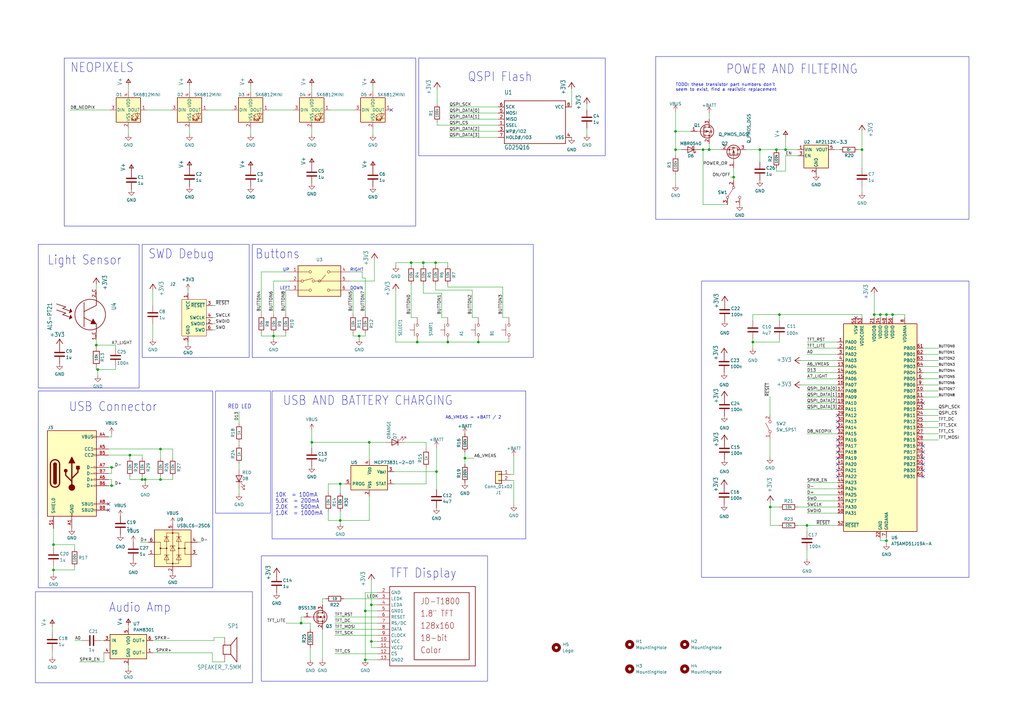
<source format=kicad_sch>
(kicad_sch (version 20230121) (generator eeschema)
  (paper "User" 425.45 298.45)
  (junction (at 292.1 62.23))
  (junction (at 46.355 194.31))
  (junction (at 151.765 254))
  (junction (at 323.85 130.81))
  (junction (at 186.055 142.24))
  (junction (at 304.8 73.66))
  (junction (at 60.325 199.39))
  (junction (at 66.675 199.39))
  (junction (at 129.54 183.896))
  (junction (at 175.895 109.22))
  (junction (at 280.67 62.23))
  (junction (at 22.225 236.982))
  (junction (at 46.355 201.93))
  (junction (at 170.815 109.22))
  (junction (at 125.095 259.08))
  (junction (at 368.3 130.81))
  (junction (at 326.39 62.23))
  (junction (at 149.225 139.7))
  (junction (at 335.28 218.44))
  (junction (at 363.22 130.81))
  (junction (at 154.305 266.7))
  (junction (at 315.722 62.23))
  (junction (at 280.67 54.61))
  (junction (at 180.975 109.22))
  (junction (at 40.64 153.67))
  (junction (at 370.84 130.81))
  (junction (at 368.3 224.79))
  (junction (at 358.14 62.23))
  (junction (at 154.305 251.46))
  (junction (at 59.055 199.39))
  (junction (at 66.675 186.69))
  (junction (at 151.765 274.32))
  (junction (at 141.351 201.168))
  (junction (at 141.351 216.408))
  (junction (at 322.58 62.23))
  (junction (at 294.64 62.23))
  (junction (at 365.76 130.81))
  (junction (at 173.355 142.24))
  (junction (at 153.416 183.896))
  (junction (at 198.755 142.24))
  (junction (at 40.005 143.51))
  (junction (at 320.04 210.82))
  (junction (at 193.167 190.5))
  (junction (at 312.801 142.24))
  (junction (at 22.225 226.441))
  (junction (at 53.975 189.23))
  (junction (at 181.356 196.088))
  (junction (at 113.665 139.7))
  (no_connect (at 355.6 132.08))
  (no_connect (at 347.98 187.96))
  (no_connect (at 347.98 198.12))
  (no_connect (at 383.54 187.96))
  (no_connect (at 347.98 182.88))
  (no_connect (at 162.56 45.72))
  (no_connect (at 347.98 172.72))
  (no_connect (at 347.98 185.42))
  (no_connect (at 45.085 209.55))
  (no_connect (at 383.54 198.12))
  (no_connect (at 347.98 195.58))
  (no_connect (at 347.98 175.26))
  (no_connect (at 383.54 193.04))
  (no_connect (at 383.54 190.5))
  (no_connect (at 383.54 185.42))
  (no_connect (at 347.98 177.8))
  (no_connect (at 347.98 190.5))
  (no_connect (at 347.98 193.04))
  (no_connect (at 383.54 167.64))
  (no_connect (at 45.085 212.09))
  (no_connect (at 383.54 195.58))
  (wire (pts (xy 280.67 76.835) (xy 280.67 72.39)) (stroke (width 0.1524)))
  (wire (pts (xy 198.755 142.24) (xy 211.455 142.24)) (stroke (width 0.1524)))
  (wire (pts (xy 326.39 64.77) (xy 326.39 71.12)))
  (wire (pts (xy 383.54 144.78) (xy 389.89 144.78)))
  (wire (pts (xy 370.84 130.81) (xy 370.84 132.08)))
  (wire (pts (xy 175.895 109.22) (xy 175.895 110.49)))
  (wire (pts (xy 146.685 120.65) (xy 146.685 130.81)))
  (wire (pts (xy 125.095 259.08) (xy 118.745 259.08)) (stroke (width 0.1524)))
  (wire (pts (xy 326.39 62.23) (xy 331.47 62.23)))
  (wire (pts (xy 183.515 132.08) (xy 186.055 132.08)) (stroke (width 0.1524)))
  (wire (pts (xy 129.54 183.896) (xy 153.416 183.896)))
  (wire (pts (xy 145.415 116.84) (xy 155.575 116.84)))
  (wire (pts (xy 375.92 130.81) (xy 375.92 132.08)))
  (wire (pts (xy 29.21 45.72) (xy 45.72 45.72)))
  (wire (pts (xy 167.894 183.896) (xy 177.038 183.896)))
  (wire (pts (xy 154.305 251.46) (xy 154.305 241.3)) (stroke (width 0.1524)))
  (wire (pts (xy 45.085 186.69) (xy 66.675 186.69)))
  (wire (pts (xy 120.015 120.65) (xy 118.745 120.65)))
  (wire (pts (xy 183.515 121.92) (xy 183.515 132.08)))
  (wire (pts (xy 146.685 138.43) (xy 146.685 139.7)))
  (wire (pts (xy 136.398 216.408) (xy 141.351 216.408)))
  (wire (pts (xy 30.988 235.712) (xy 30.988 236.982)))
  (wire (pts (xy 63.5 120.65) (xy 63.5 127)) (stroke (width 0.1524)))
  (wire (pts (xy 196.215 120.65) (xy 196.215 132.08)))
  (wire (pts (xy 45.085 194.31) (xy 46.355 194.31)))
  (wire (pts (xy 78.105 142.24) (xy 78.105 142.875)))
  (wire (pts (xy 136.398 201.168) (xy 136.398 204.978)))
  (wire (pts (xy 309.88 62.23) (xy 315.722 62.23)) (stroke (width 0.1524)))
  (wire (pts (xy 365.76 130.81) (xy 368.3 130.81)))
  (wire (pts (xy 312.801 130.81) (xy 312.801 133.35)))
  (wire (pts (xy 30.988 228.092) (xy 30.988 226.441)))
  (wire (pts (xy 243.84 43.18) (xy 243.84 45.72)) (stroke (width 0.1524)))
  (wire (pts (xy 143.256 201.168) (xy 141.351 201.168)))
  (wire (pts (xy 304.8 73.66) (xy 304.8 74.93)))
  (wire (pts (xy 154.305 266.7) (xy 154.305 269.24)) (stroke (width 0.1524)))
  (wire (pts (xy 164.465 109.22) (xy 164.465 110.49)))
  (wire (pts (xy 280.67 54.61) (xy 287.02 54.61)) (stroke (width 0.1524)))
  (wire (pts (xy 383.54 162.56) (xy 389.89 162.56)))
  (wire (pts (xy 347.98 162.56) (xy 335.28 162.56)) (stroke (width 0.1524)))
  (wire (pts (xy 335.28 228.6) (xy 335.28 232.41)))
  (wire (pts (xy 150.495 115.57) (xy 151.765 115.57)))
  (wire (pts (xy 335.28 157.48) (xy 347.98 157.48)))
  (wire (pts (xy 45.085 189.23) (xy 53.975 189.23)))
  (wire (pts (xy 319.913 164.846) (xy 319.913 172.339)))
  (wire (pts (xy 129.54 53.34) (xy 129.54 55.88)))
  (wire (pts (xy 46.355 201.93) (xy 47.625 201.93)))
  (wire (pts (xy 118.745 139.7) (xy 118.745 138.43)))
  (wire (pts (xy 368.3 224.79) (xy 368.3 226.06)))
  (wire (pts (xy 342.9 203.2) (xy 347.98 203.2)))
  (wire (pts (xy 175.895 109.22) (xy 180.975 109.22)) (stroke (width 0.1524)))
  (wire (pts (xy 46.355 196.85) (xy 46.355 194.31)))
  (wire (pts (xy 193.167 190.5) (xy 193.167 193.04)))
  (wire (pts (xy 45.085 199.39) (xy 46.355 199.39)))
  (wire (pts (xy 326.39 64.77) (xy 331.47 64.77)))
  (wire (pts (xy 104.14 53.34) (xy 104.14 55.88)))
  (wire (pts (xy 99.314 176.149) (xy 99.314 171.069)) (stroke (width 0.1524)))
  (wire (pts (xy 53.34 53.34) (xy 53.34 55.88)))
  (wire (pts (xy 383.54 149.86) (xy 389.89 149.86)))
  (wire (pts (xy 150.495 115.57) (xy 150.495 113.03)))
  (wire (pts (xy 280.67 46.355) (xy 280.67 54.61)) (stroke (width 0.1524)))
  (wire (pts (xy 180.975 118.11) (xy 180.975 120.65)))
  (wire (pts (xy 53.975 198.12) (xy 53.975 199.39)))
  (wire (pts (xy 356.489 62.23) (xy 358.14 62.23)))
  (wire (pts (xy 53.975 199.39) (xy 59.055 199.39)))
  (wire (pts (xy 208.915 132.08) (xy 211.455 132.08)) (stroke (width 0.1524)))
  (wire (pts (xy 347.98 147.32) (xy 335.28 147.32)) (stroke (width 0.1524)))
  (wire (pts (xy 142.875 248.92) (xy 156.845 248.92)) (stroke (width 0.1524)))
  (wire (pts (xy 53.975 189.23) (xy 53.975 190.5)))
  (wire (pts (xy 358.14 62.23) (xy 358.14 69.85)) (stroke (width 0.1524)))
  (wire (pts (xy 294.64 46.99) (xy 294.64 49.53)) (stroke (width 0.1524)))
  (wire (pts (xy 207.01 44.45) (xy 186.69 44.45)) (stroke (width 0.1524)))
  (wire (pts (xy 346.71 210.82) (xy 347.98 210.82)))
  (wire (pts (xy 323.85 210.82) (xy 320.04 210.82)))
  (wire (pts (xy 156.845 264.16) (xy 139.065 264.16)) (stroke (width 0.1524)))
  (wire (pts (xy 145.415 120.65) (xy 146.685 120.65)))
  (wire (pts (xy 320.04 218.44) (xy 323.85 218.44)))
  (wire (pts (xy 213.487 199.771) (xy 213.487 209.931)) (stroke (width 0.1524)))
  (wire (pts (xy 99.314 183.769) (xy 99.314 185.039)))
  (wire (pts (xy 133.985 248.92) (xy 135.255 248.92)))
  (wire (pts (xy 196.215 132.08) (xy 198.755 132.08)) (stroke (width 0.1524)))
  (wire (pts (xy 43.18 275.209) (xy 33.02 275.209)))
  (wire (pts (xy 323.85 130.81) (xy 358.14 130.81)))
  (wire (pts (xy 46.355 181.61) (xy 46.355 180.34)))
  (wire (pts (xy 186.055 142.24) (xy 198.755 142.24)) (stroke (width 0.1524)))
  (wire (pts (xy 22.225 235.331) (xy 22.225 236.982)))
  (wire (pts (xy 41.91 266.319) (xy 43.18 266.319)))
  (wire (pts (xy 163.576 196.088) (xy 181.356 196.088)))
  (wire (pts (xy 66.675 199.39) (xy 71.755 199.39)))
  (wire (pts (xy 53.34 259.969) (xy 53.34 261.239)))
  (wire (pts (xy 368.3 130.81) (xy 368.3 132.08)))
  (wire (pts (xy 320.04 218.44) (xy 320.04 210.82)))
  (wire (pts (xy 60.96 45.72) (xy 71.12 45.72)))
  (wire (pts (xy 64.77 271.399) (xy 88.265 271.399)))
  (wire (pts (xy 78.105 120.65) (xy 78.105 121.92)))
  (wire (pts (xy 177.038 183.896) (xy 177.038 186.69)))
  (wire (pts (xy 113.665 116.84) (xy 120.015 116.84)))
  (wire (pts (xy 335.28 170.18) (xy 347.98 170.18)) (stroke (width 0.1524)))
  (wire (pts (xy 335.28 203.2) (xy 342.9 203.2)) (stroke (width 0.1524)))
  (wire (pts (xy 22.225 219.71) (xy 22.225 226.441)))
  (wire (pts (xy 108.585 113.03) (xy 108.585 130.81)))
  (wire (pts (xy 193.167 187.96) (xy 193.167 190.5)))
  (wire (pts (xy 136.398 201.168) (xy 141.351 201.168)))
  (wire (pts (xy 383.54 180.34) (xy 389.89 180.34)))
  (wire (pts (xy 156.845 251.46) (xy 154.305 251.46)) (stroke (width 0.1524)))
  (wire (pts (xy 175.895 121.92) (xy 183.515 121.92)))
  (wire (pts (xy 193.167 190.5) (xy 196.977 190.5)))
  (wire (pts (xy 155.575 116.84) (xy 155.575 107.95)))
  (wire (pts (xy 45.085 196.85) (xy 46.355 196.85)))
  (wire (pts (xy 186.69 46.99) (xy 207.01 46.99)) (stroke (width 0.1524)))
  (wire (pts (xy 133.985 251.46) (xy 133.985 248.92)) (stroke (width 0.1524)))
  (wire (pts (xy 151.765 246.38) (xy 156.845 246.38)) (stroke (width 0.1524)))
  (wire (pts (xy 48.006 152.4) (xy 48.006 153.67)))
  (wire (pts (xy 335.28 218.44) (xy 335.28 220.98)))
  (wire (pts (xy 136.398 212.598) (xy 136.398 216.408)))
  (wire (pts (xy 141.351 201.168) (xy 141.351 204.978)))
  (wire (pts (xy 104.14 35.56) (xy 104.14 38.1)))
  (wire (pts (xy 212.217 197.231) (xy 213.487 197.231)))
  (wire (pts (xy 156.845 254) (xy 151.765 254)) (stroke (width 0.1524)))
  (wire (pts (xy 66.675 186.69) (xy 71.755 186.69)))
  (wire (pts (xy 71.755 186.69) (xy 71.755 190.5)))
  (wire (pts (xy 149.225 139.7) (xy 151.765 139.7)))
  (wire (pts (xy 128.905 261.62) (xy 128.905 259.08)) (stroke (width 0.1524)))
  (wire (pts (xy 365.76 223.52) (xy 365.76 224.79)))
  (wire (pts (xy 59.055 198.12) (xy 59.055 199.39)))
  (wire (pts (xy 45.085 181.61) (xy 46.355 181.61)))
  (wire (pts (xy 181.356 185.928) (xy 181.356 196.088)))
  (wire (pts (xy 342.9 213.36) (xy 347.98 213.36)))
  (wire (pts (xy 365.76 224.79) (xy 368.3 224.79)))
  (wire (pts (xy 53.34 276.479) (xy 53.34 277.749)))
  (wire (pts (xy 120.015 113.03) (xy 108.585 113.03)))
  (wire (pts (xy 151.765 138.43) (xy 151.765 139.7)))
  (wire (pts (xy 129.54 35.56) (xy 129.54 38.1)))
  (wire (pts (xy 290.83 62.23) (xy 292.1 62.23)))
  (wire (pts (xy 383.54 152.4) (xy 389.89 152.4)))
  (wire (pts (xy 181.61 50.8) (xy 181.61 52.07)))
  (wire (pts (xy 153.416 183.896) (xy 160.274 183.896)))
  (wire (pts (xy 137.16 45.72) (xy 147.32 45.72)))
  (wire (pts (xy 322.58 62.23) (xy 326.39 62.23)) (stroke (width 0.1524)))
  (wire (pts (xy 40.64 153.67) (xy 40.005 153.67)))
  (wire (pts (xy 63.5 266.319) (xy 88.9 266.319)) (stroke (width 0.1524)))
  (wire (pts (xy 139.065 261.62) (xy 156.845 261.62)) (stroke (width 0.1524)))
  (wire (pts (xy 342.9 205.74) (xy 347.98 205.74)))
  (wire (pts (xy 347.98 180.34) (xy 335.28 180.34)) (stroke (width 0.1524)))
  (wire (pts (xy 141.351 216.408) (xy 141.351 217.678)) (stroke (width 0.1524)))
  (wire (pts (xy 180.975 109.22) (xy 186.055 109.22)) (stroke (width 0.1524)))
  (wire (pts (xy 108.585 138.43) (xy 108.585 139.7)))
  (wire (pts (xy 177.038 201.168) (xy 177.038 194.31)))
  (wire (pts (xy 207.01 49.53) (xy 186.69 49.53)) (stroke (width 0.1524)))
  (wire (pts (xy 326.39 71.12) (xy 322.58 71.12)))
  (wire (pts (xy 170.815 109.22) (xy 175.895 109.22)) (stroke (width 0.1524)))
  (wire (pts (xy 181.356 203.454) (xy 181.356 196.088)))
  (wire (pts (xy 186.055 109.22) (xy 186.055 110.49)) (stroke (width 0.1524)))
  (wire (pts (xy 113.665 139.7) (xy 113.665 140.97)))
  (wire (pts (xy 383.54 147.32) (xy 389.89 147.32)))
  (wire (pts (xy 180.975 109.22) (xy 180.975 110.49)))
  (wire (pts (xy 133.985 261.62) (xy 133.985 274.32)) (stroke (width 0.1524)))
  (wire (pts (xy 335.28 144.78) (xy 347.98 144.78)) (stroke (width 0.1524)))
  (wire (pts (xy 156.845 274.32) (xy 151.765 274.32)) (stroke (width 0.1524)))
  (wire (pts (xy 332.74 160.02) (xy 347.98 160.02)) (stroke (width 0.1524)))
  (wire (pts (xy 88.265 271.399) (xy 88.265 275.209)) (stroke (width 0.1524)))
  (wire (pts (xy 21.717 270.51) (xy 21.717 273.05)) (stroke (width 0.1524)))
  (wire (pts (xy 304.8 69.85) (xy 304.8 73.66)))
  (wire (pts (xy 156.845 266.7) (xy 154.305 266.7)) (stroke (width 0.1524)))
  (wire (pts (xy 63.5 271.399) (xy 64.77 271.399)) (stroke (width 0.1524)))
  (wire (pts (xy 88.9 265.049) (xy 93.345 265.049)) (stroke (width 0.1524)))
  (wire (pts (xy 113.665 139.7) (xy 118.745 139.7)))
  (wire (pts (xy 170.815 109.22) (xy 164.465 109.22)))
  (wire (pts (xy 88.265 127) (xy 89.535 127)))
  (wire (pts (xy 280.67 54.61) (xy 280.67 62.23)) (stroke (width 0.1524)))
  (wire (pts (xy 46.355 199.39) (xy 46.355 201.93)))
  (wire (pts (xy 78.74 35.56) (xy 78.74 38.1)))
  (wire (pts (xy 335.28 218.44) (xy 347.98 218.44)))
  (wire (pts (xy 294.64 59.69) (xy 294.64 62.23)) (stroke (width 0.1524)))
  (wire (pts (xy 151.765 274.32) (xy 151.765 254)) (stroke (width 0.1524)))
  (wire (pts (xy 146.685 139.7) (xy 149.225 139.7)))
  (wire (pts (xy 331.47 210.82) (xy 335.28 210.82)))
  (wire (pts (xy 335.28 200.66) (xy 347.98 200.66)))
  (wire (pts (xy 292.1 62.23) (xy 294.64 62.23)) (stroke (width 0.1524)))
  (wire (pts (xy 365.76 130.81) (xy 365.76 132.08)))
  (wire (pts (xy 170.815 118.11) (xy 170.815 132.08)))
  (wire (pts (xy 315.722 62.23) (xy 322.58 62.23)) (stroke (width 0.1524)))
  (wire (pts (xy 141.351 212.598) (xy 141.351 216.408)) (stroke (width 0.1524)))
  (wire (pts (xy 370.84 130.81) (xy 375.92 130.81)))
  (wire (pts (xy 346.71 210.82) (xy 335.28 210.82)) (stroke (width 0.1524)))
  (wire (pts (xy 323.85 130.81) (xy 323.85 133.35)))
  (wire (pts (xy 368.3 223.52) (xy 368.3 224.79)))
  (wire (pts (xy 175.895 118.11) (xy 175.895 121.92)))
  (wire (pts (xy 88.265 134.62) (xy 89.535 134.62)))
  (wire (pts (xy 207.01 52.07) (xy 181.61 52.07)) (stroke (width 0.1524)))
  (wire (pts (xy 383.54 177.8) (xy 389.89 177.8)))
  (wire (pts (xy 40.64 156.21) (xy 40.64 153.67)))
  (wire (pts (xy 292.1 62.23) (xy 292.1 85.09)) (stroke (width 0.1524)))
  (wire (pts (xy 60.325 199.39) (xy 60.325 200.66)))
  (wire (pts (xy 358.14 77.47) (xy 358.14 80.01)) (stroke (width 0.1524)))
  (wire (pts (xy 212.217 199.771) (xy 213.487 199.771)))
  (wire (pts (xy 53.975 189.23) (xy 59.055 189.23)))
  (wire (pts (xy 383.54 160.02) (xy 389.89 160.02)))
  (wire (pts (xy 30.988 236.982) (xy 22.225 236.982)))
  (wire (pts (xy 322.58 71.12) (xy 322.58 69.85)))
  (wire (pts (xy 335.28 208.28) (xy 347.98 208.28)) (stroke (width 0.1524)))
  (wire (pts (xy 53.34 35.56) (xy 53.34 38.1)))
  (wire (pts (xy 59.055 199.39) (xy 60.325 199.39)))
  (wire (pts (xy 40.005 120.65) (xy 40.005 118.11)) (stroke (width 0.1524)))
  (wire (pts (xy 88.265 275.209) (xy 93.345 275.209)) (stroke (width 0.1524)))
  (wire (pts (xy 163.576 201.168) (xy 177.038 201.168)))
  (wire (pts (xy 154.94 35.56) (xy 154.94 38.1)))
  (wire (pts (xy 213.487 197.231) (xy 213.487 189.611)) (stroke (width 0.1524)))
  (wire (pts (xy 383.54 175.26) (xy 389.89 175.26)))
  (wire (pts (xy 363.22 130.81) (xy 363.22 132.08)))
  (wire (pts (xy 335.28 165.1) (xy 347.98 165.1)) (stroke (width 0.1524)))
  (wire (pts (xy 153.416 191.008) (xy 153.416 183.896)))
  (wire (pts (xy 128.905 269.24) (xy 128.905 274.32)) (stroke (width 0.1524)))
  (wire (pts (xy 368.3 130.81) (xy 370.84 130.81)))
  (wire (pts (xy 99.314 202.819) (xy 99.314 205.359)) (stroke (width 0.1524)))
  (wire (pts (xy 88.265 137.16) (xy 89.535 137.16)))
  (wire (pts (xy 22.225 226.441) (xy 22.225 227.711)))
  (wire (pts (xy 43.18 271.399) (xy 43.18 275.209)))
  (wire (pts (xy 363.22 130.81) (xy 365.76 130.81)))
  (wire (pts (xy 346.71 62.23) (xy 348.869 62.23)))
  (wire (pts (xy 86.36 45.72) (xy 96.52 45.72)))
  (wire (pts (xy 40.005 143.51) (xy 48.006 143.51)) (stroke (width 0.1524)))
  (wire (pts (xy 128.905 259.08) (xy 125.095 259.08)) (stroke (width 0.1524)))
  (wire (pts (xy 383.54 154.94) (xy 389.89 154.94)))
  (wire (pts (xy 323.85 142.24) (xy 312.801 142.24)))
  (wire (pts (xy 331.47 218.44) (xy 335.28 218.44)))
  (wire (pts (xy 153.416 206.248) (xy 153.416 216.408)))
  (wire (pts (xy 304.8 73.66) (xy 303.53 73.66)))
  (wire (pts (xy 383.54 157.48) (xy 389.89 157.48)))
  (wire (pts (xy 88.9 266.319) (xy 88.9 265.049)) (stroke (width 0.1524)))
  (wire (pts (xy 383.54 165.1) (xy 389.89 165.1)))
  (wire (pts (xy 46.355 194.31) (xy 47.625 194.31)))
  (wire (pts (xy 323.85 140.97) (xy 323.85 142.24)))
  (wire (pts (xy 60.325 199.39) (xy 66.675 199.39)))
  (wire (pts (xy 21.717 260.35) (xy 21.717 262.89)) (stroke (width 0.1524)))
  (wire (pts (xy 153.416 216.408) (xy 141.351 216.408)))
  (wire (pts (xy 302.26 85.09) (xy 292.1 85.09)))
  (wire (pts (xy 180.975 120.65) (xy 196.215 120.65)))
  (wire (pts (xy 45.085 201.93) (xy 46.355 201.93)))
  (wire (pts (xy 335.28 142.24) (xy 347.98 142.24)) (stroke (width 0.1524)))
  (wire (pts (xy 383.54 172.72) (xy 389.89 172.72)))
  (wire (pts (xy 358.14 130.81) (xy 358.14 132.08)))
  (wire (pts (xy 315.722 62.23) (xy 315.722 67.31)))
  (wire (pts (xy 99.314 192.659) (xy 99.314 195.199)) (stroke (width 0.1524)))
  (wire (pts (xy 58.293 225.425) (xy 61.595 225.425)))
  (wire (pts (xy 320.04 208.661) (xy 320.04 210.82)))
  (wire (pts (xy 150.495 113.03) (xy 145.415 113.03)))
  (wire (pts (xy 129.54 178.816) (xy 129.54 183.896)))
  (wire (pts (xy 126.365 256.54) (xy 125.095 256.54)))
  (wire (pts (xy 113.665 116.84) (xy 113.665 130.81)))
  (wire (pts (xy 237.49 36.83) (xy 237.49 44.45)) (stroke (width 0.1524)))
  (wire (pts (xy 326.39 57.15) (xy 326.39 62.23)) (stroke (width 0.1524)))
  (wire (pts (xy 164.465 142.24) (xy 173.355 142.24)) (stroke (width 0.1524)))
  (wire (pts (xy 139.065 256.54) (xy 156.845 256.54)) (stroke (width 0.1524)))
  (wire (pts (xy 154.305 269.24) (xy 156.845 269.24)) (stroke (width 0.1524)))
  (wire (pts (xy 81.915 225.425) (xy 83.439 225.425)))
  (wire (pts (xy 243.84 55.88) (xy 243.84 53.34)) (stroke (width 0.1524)))
  (wire (pts (xy 22.225 236.982) (xy 22.225 238.633)))
  (wire (pts (xy 154.305 266.7) (xy 154.305 251.46)) (stroke (width 0.1524)))
  (wire (pts (xy 335.28 152.4) (xy 347.98 152.4)))
  (wire (pts (xy 30.988 226.441) (xy 22.225 226.441)))
  (wire (pts (xy 40.64 153.67) (xy 48.006 153.67)))
  (wire (pts (xy 173.355 142.24) (xy 186.055 142.24)) (stroke (width 0.1524)))
  (wire (pts (xy 88.265 132.08) (xy 89.535 132.08)))
  (wire (pts (xy 280.67 62.23) (xy 283.21 62.23)))
  (wire (pts (xy 151.765 115.57) (xy 151.765 130.81)))
  (wire (pts (xy 108.585 139.7) (xy 113.665 139.7)))
  (wire (pts (xy 66.675 198.12) (xy 66.675 199.39)))
  (wire (pts (xy 31.115 266.319) (xy 34.29 266.319)))
  (wire (pts (xy 181.61 36.83) (xy 181.61 43.18)) (stroke (width 0.1524)))
  (wire (pts (xy 48.006 143.51) (xy 48.006 144.78)))
  (wire (pts (xy 149.225 139.7) (xy 149.225 140.97)))
  (wire (pts (xy 342.9 213.36) (xy 335.28 213.36)) (stroke (width 0.1524)))
  (wire (pts (xy 78.74 53.34) (xy 78.74 55.88)))
  (wire (pts (xy 312.801 142.24) (xy 312.801 144.78)))
  (wire (pts (xy 363.22 121.92) (xy 363.22 130.81)))
  (wire (pts (xy 358.14 54.61) (xy 358.14 62.23)) (stroke (width 0.1524)))
  (wire (pts (xy 332.74 149.86) (xy 347.98 149.86)) (stroke (width 0.1524)))
  (wire (pts (xy 319.913 190.119) (xy 319.913 182.499)) (stroke (width 0.1524)))
  (wire (pts (xy 164.465 120.65) (xy 164.465 142.24)) (stroke (width 0.1524)))
  (wire (pts (xy 170.815 132.08) (xy 173.355 132.08)) (stroke (width 0.1524)))
  (wire (pts (xy 129.54 186.182) (xy 129.54 183.896)))
  (wire (pts (xy 111.76 45.72) (xy 121.92 45.72)))
  (wire (pts (xy 186.69 57.15) (xy 207.01 57.15)) (stroke (width 0.1524)))
  (wire (pts (xy 63.5 134.62) (xy 63.5 140.97)) (stroke (width 0.1524)))
  (wire (pts (xy 118.745 120.65) (xy 118.745 130.81)))
  (wire (pts (xy 292.1 62.23) (xy 294.64 62.23)))
  (wire (pts (xy 156.845 271.78) (xy 139.065 271.78)) (stroke (width 0.1524)))
  (wire (pts (xy 154.94 53.34) (xy 154.94 55.88)))
  (wire (pts (xy 40.005 143.51) (xy 40.005 140.97)) (stroke (width 0.1524)))
  (wire (pts (xy 186.055 119.38) (xy 208.915 119.38)))
  (wire (pts (xy 186.055 118.11) (xy 186.055 119.38)))
  (wire (pts (xy 208.915 119.38) (xy 208.915 132.08)))
  (wire (pts (xy 66.675 186.69) (xy 66.675 190.5)))
  (wire (pts (xy 383.54 182.88) (xy 389.89 182.88)))
  (wire (pts (xy 139.065 259.08) (xy 156.845 259.08)) (stroke (width 0.1524)))
  (wire (pts (xy 335.28 154.94) (xy 347.98 154.94)))
  (wire (pts (xy 312.801 130.81) (xy 323.85 130.81)))
  (wire (pts (xy 312.801 142.24) (xy 312.801 140.97)))
  (wire (pts (xy 207.01 54.61) (xy 186.69 54.61)) (stroke (width 0.1524)))
  (wire (pts (xy 294.64 62.23) (xy 299.72 62.23)) (stroke (width 0.1524)))
  (wire (pts (xy 151.765 254) (xy 151.765 246.38)) (stroke (width 0.1524)))
  (wire (pts (xy 335.28 167.64) (xy 347.98 167.64)) (stroke (width 0.1524)))
  (wire (pts (xy 113.665 138.43) (xy 113.665 139.7)))
  (wire (pts (xy 280.67 62.23) (xy 280.67 64.77)) (stroke (width 0.1524)))
  (wire (pts (xy 383.54 170.18) (xy 389.89 170.18)))
  (wire (pts (xy 71.755 198.12) (xy 71.755 199.39)))
  (wire (pts (xy 59.055 189.23) (xy 59.055 190.5)))
  (wire (pts (xy 335.28 205.74) (xy 342.9 205.74)) (stroke (width 0.1524)))
  (wire (pts (xy 170.815 109.22) (xy 170.815 110.49)))
  (wire (pts (xy 125.095 256.54) (xy 125.095 259.08)))
  (rectangle (start 108.585 231.14) (end 202.565 283.21))
  (rectangle (start 173.99 24.13) (end 251.46 64.77))
  (rectangle (start 15.875 162.56) (end 88.392 244.348))
  (rectangle (start 26.67 24.13) (end 172.72 93.98))
  (rectangle (start 104.775 101.6) (end 221.615 148.59))
  (rectangle (start 59.055 101.6) (end 103.505 148.59))
  (rectangle (start 291.465 116.84) (end 402.59 240.03))
  (rectangle (start 15.875 101.6) (end 57.785 161.29))
  (rectangle (start 272.415 23.495) (end 402.59 91.186))
  (rectangle (start 89.535 162.56) (end 112.395 213.36))
  (rectangle (start 113.03 162.56) (end 218.44 224.028))
  (rectangle (start 14.732 245.999) (end 104.902 283.845))
  (text "Light Sensor" (at 19.685 110.49 0) (effects (font (size 3.81 3.2385)) (justify left bottom)))
  (text "UP\n" (at 117.475 113.03 0) (effects (font (size 1.27 1.27)) (justify left bottom)))
  (text "QSPI Flash" (at 194.31 34.29 0) (effects (font (size 3.81 3.2385)) (justify left bottom)))
  (text "POWER AND FILTERING" (at 301.625 31.115 0) (effects (font (size 3.81 3.2385)) (justify left bottom)))
  (text "SWD Debug" (at 61.595 107.95 0) (effects (font (size 3.81 3.2385)) (justify left bottom)))
  (text "TFT Display" (at 161.925 236.22 0) (effects (font (size 3.81 3.2385)) (justify left top)))
  (text "RED LED" (at 94.615 170.18 0) (effects (font (size 1.778 1.5113)) (justify left bottom)))
  (text "Audio Amp" (at 45.212 254.889 0) (effects (font (size 3.81 3.2385)) (justify left bottom)))
  (text "USB AND BATTERY CHARGING" (at 117.475 168.91 0) (effects (font (size 3.81 3.2385)) (justify left bottom)))
  (text "5.0K  = 200mA" (at 114.427 209.423 0) (effects (font (size 1.778 1.5113)) (justify left bottom)))
  (text "A6_VMEAS = +BATT / 2" (at 185.039 174.371 0) (effects (font (size 1.27 1.27)) (justify left bottom)))
  (text "DOWN" (at 145.415 120.65 0) (effects (font (size 1.27 1.27)) (justify left bottom)))
  (text "RIGHT\n" (at 145.415 113.03 0) (effects (font (size 1.27 1.27)) (justify left bottom)))
  (text "Buttons" (at 106.045 107.95 0) (effects (font (size 3.81 3.2385)) (justify left bottom)))
  (text "10K  = 100mA" (at 114.427 206.883 0) (effects (font (size 1.778 1.5113)) (justify left bottom)))
  (text "USB Connector\n" (at 28.575 171.45 0) (effects (font (size 3.81 3.2385)) (justify left bottom)))
  (text "NEOPIXELS" (at 29.21 30.48 0) (effects (font (size 3.81 3.2385)) (justify left bottom)))
  (text "1.0K  = 1000mA" (at 114.427 214.503 0) (effects (font (size 1.778 1.5113)) (justify left bottom)))
  (text "LEFT" (at 116.205 120.65 0) (effects (font (size 1.27 1.27)) (justify left bottom)))
  (text "2.0K  = 500mA" (at 114.427 211.963 0) (effects (font (size 1.778 1.5113)) (justify left bottom)))
  (text "TODO: these transistor part numbers don't\nseem to exist, find a realistic replacement\n" (at 280.67 38.1 0) (effects (font (size 1.27 1.27)) (justify left bottom)))
  (label "SWDIO" (at 335.28 213.36 0) (effects (font (size 1.2446 1.2446))))
  (label "D+" (at 335.28 205.74 0) (effects (font (size 1.2446 1.2446))))
  (label "A0" (at 31.115 266.319 0) (effects (font (size 1.2446 1.2446))))
  (label "~{RESET}" (at 339.09 218.44 0) (effects (font (size 1.2446 1.2446))))
  (label "TFT_SCK" (at 389.89 177.8 0) (effects (font (size 1.2446 1.2446))))
  (label "BUTTON5" (at 389.89 157.48 0) (effects (font (size 1.016 1.016))))
  (label "QSPI_DATA[0]" (at 335.28 162.56 0) (effects (font (size 1.2446 1.2446))))
  (label "D-" (at 47.625 194.31 0) (effects (font (size 1.2446 1.2446))))
  (label "SPKR+" (at 64.77 271.399 0) (effects (font (size 1.2446 1.2446))))
  (label "D8_NEOPIX" (at 29.21 45.72 0) (effects (font (size 1.2446 1.2446))))
  (label "TFT_DC" (at 389.89 175.26 0) (effects (font (size 1.2446 1.2446))))
  (label "BUTTON1" (at 183.515 130.81 90) (effects (font (size 1.2446 1.2446))))
  (label "QSPI_DATA[2]" (at 335.28 167.64 0) (effects (font (size 1.2446 1.2446))))
  (label "BUTTON7" (at 389.89 162.56 0) (effects (font (size 1.016 1.016))))
  (label "D-" (at 83.439 225.425 0) (effects (font (size 1.2446 1.2446))))
  (label "SWCLK" (at 335.28 210.82 0) (effects (font (size 1.2446 1.2446))))
  (label "~{RESET}" (at 319.913 164.846 90) (effects (font (size 1.2446 1.2446))))
  (label "TFT_LITE" (at 335.28 144.78 0) (effects (font (size 1.2446 1.2446))))
  (label "TFT_MOSI" (at 389.89 182.88 0) (effects (font (size 1.2446 1.2446))))
  (label "QSPI_DATA[1]" (at 186.69 49.53 0) (effects (font (size 1.2446 1.2446))))
  (label "BUTTON4" (at 389.89 154.94 0) (effects (font (size 1.016 1.016))))
  (label "D13" (at 99.314 171.069 270) (effects (font (size 1.2446 1.2446))))
  (label "BUTTON2" (at 196.215 130.81 90) (effects (font (size 1.2446 1.2446))))
  (label "BUTTON6" (at 389.89 160.02 0) (effects (font (size 1.016 1.016))))
  (label "LEDK" (at 152.4 248.92 0) (effects (font (size 1.2446 1.2446))))
  (label "BUTTON7" (at 151.765 129.54 90))
  (label "TFT_DC" (at 139.065 259.08 0) (effects (font (size 1.2446 1.2446))))
  (label "QSPI_SCK" (at 186.69 44.45 0) (effects (font (size 1.2446 1.2446))))
  (label "QSPI_DATA[3]" (at 335.28 170.18 0) (effects (font (size 1.2446 1.2446))))
  (label "TFT_RST" (at 335.28 142.24 0) (effects (font (size 1.2446 1.2446))))
  (label "QSPI_DATA[3]" (at 186.69 57.15 0) (effects (font (size 1.2446 1.2446))))
  (label "BUTTON4" (at 108.585 129.54 90))
  (label "BUTTON2" (at 389.89 149.86 0) (effects (font (size 1.016 1.016))))
  (label "~{RESET}" (at 89.535 127 0) (effects (font (size 1.2446 1.2446))))
  (label "TFT_RST" (at 139.065 256.54 0) (effects (font (size 1.2446 1.2446))))
  (label "TFT_LITE" (at 118.745 259.08 180) (effects (font (size 1.2446 1.2446))))
  (label "QSPI_SCK" (at 389.89 170.18 0) (effects (font (size 1.2446 1.2446))))
  (label "POWER_OR" (at 292.1 68.961 0))
  (label "TFT_CS" (at 139.065 271.78 0) (effects (font (size 1.2446 1.2446))))
  (label "BUTTON0" (at 389.89 144.78 0) (effects (font (size 1.016 1.016))))
  (label "BUTTON6" (at 113.665 129.54 90))
  (label "QSPI_DATA[1]" (at 335.28 165.1 0) (effects (font (size 1.2446 1.2446))))
  (label "SWCLK" (at 89.535 132.08 0) (effects (font (size 1.2446 1.2446))))
  (label "A7_LIGHT" (at 335.28 157.48 0) (effects (font (size 1.2446 1.2446))))
  (label "QSPI_DATA[0]" (at 186.69 46.99 0) (effects (font (size 1.2446 1.2446))))
  (label "A6_VMEAS" (at 335.28 152.4 0) (effects (font (size 1.2446 1.2446))))
  (label "TFT_SCK" (at 139.065 264.16 0) (effects (font (size 1.2446 1.2446))))
  (label "BUTTON8" (at 118.745 129.54 90))
  (label "A7_LIGHT" (at 46.355 143.51 0) (effects (font (size 1.2446 1.2446))))
  (label "D8_NEOPIX" (at 335.28 180.34 0) (effects (font (size 1.2446 1.2446))))
  (label "TFT_CS" (at 389.89 180.34 0) (effects (font (size 1.2446 1.2446))))
  (label "BUTTON3" (at 389.89 152.4 0) (effects (font (size 1.016 1.016))))
  (label "D13" (at 335.28 154.94 0) (effects (font (size 1.2446 1.2446))))
  (label "SWO" (at 335.28 208.28 0) (effects (font (size 1.2446 1.2446))))
  (label "BUTTON5" (at 146.685 129.54 90))
  (label "BUTTON8" (at 389.89 165.1 0) (effects (font (size 1.016 1.016))))
  (label "D-" (at 335.28 203.2 0) (effects (font (size 1.2446 1.2446))))
  (label "TFT_MOSI" (at 139.065 261.62 0) (effects (font (size 1.2446 1.2446))))
  (label "ON/OFF" (at 303.53 73.66 180) (effects (font (size 1.2446 1.2446))))
  (label "SWDIO" (at 89.535 134.62 0) (effects (font (size 1.2446 1.2446))))
  (label "SPKR_EN" (at 335.28 200.66 0) (effects (font (size 1.2446 1.2446))))
  (label "A6_VMEAS" (at 196.977 190.5 0) (effects (font (size 1.2446 1.2446))))
  (label "BUTTON3" (at 208.915 130.81 90) (effects (font (size 1.2446 1.2446))))
  (label "QSPI_DATA[2]" (at 186.69 54.61 0) (effects (font (size 1.2446 1.2446))))
  (label "QSPI_CS" (at 186.69 52.07 0) (effects (font (size 1.2446 1.2446))))
  (label "D+" (at 47.625 201.93 0) (effects (font (size 1.2446 1.2446))))
  (label "SWO" (at 89.535 137.16 0) (effects (font (size 1.2446 1.2446))))
  (label "QSPI_CS" (at 389.89 172.72 0) (effects (font (size 1.2446 1.2446))))
  (label "SPKR_EN" (at 33.02 275.209 0) (effects (font (size 1.2446 1.2446))))
  (label "A0" (at 335.28 147.32 0) (effects (font (size 1.2446 1.2446))))
  (label "EN" (at 326.39 64.77 0) (effects (font (size 1.2446 1.2446))))
  (label "D+" (at 58.293 225.425 0) (effects (font (size 1.2446 1.2446))))
  (label "SPKR-" (at 64.135 266.319 0) (effects (font (size 1.2446 1.2446))))
  (label "BUTTON1" (at 389.89 147.32 0) (effects (font (size 1.016 1.016))))
  (label "BUTTON0" (at 170.815 130.81 90) (effects (font (size 1.2446 1.2446))))
  (symbol (lib_id "Adafruit PyBadge-eagle-import:supply1_+3V3") (at 300.863 199.517 0) (unit 1)
    (property "Reference" "#+3V014" (effects hide))
    (property "Value" "+3V3" (at 298.323 204.597 90) (effects (font (size 1.778 1.5113)) (justify left bottom)))
  )
  (symbol (lib_id "power:GND") (at 335.28 232.41 0) (unit 1)
    (property "Reference" "#PWR050" (effects hide))
    (property "Value" "GND" (at 335.28 237.49 0))
  )
  (symbol (lib_id "power:+BATT") (at 193.167 180.34 0) (unit 1)
    (property "Reference" "#PWR036" (effects hide))
    (property "Value" "+BATT" (at 193.167 177.165 0))
  )
  (symbol (lib_id "Device:C") (at 129.54 189.992 0) (unit 1)
    (property "Reference" "C13" (at 132.08 188.722 0) (effects (justify left)))
    (property "Value" "4u7" (at 132.08 191.262 0) (effects (justify left)))
    (property "Footprint" "Capacitor_SMD:C_0805_2012Metric_Pad1.18x1.45mm_HandSolder" (effects hide))
    (property "Part Number" "1276-1244-1-ND" (effects hide))
    (property "Manufacturer" "Samsung Electro-Mechanics" (effects hide))
    (property "Manufacturer Part Number" "CL21A475KAQNNNE" (effects hide))
    (property "Package" "0805" (effects hide))
  )
  (symbol (lib_id "power:GND") (at 213.487 209.931 0) (unit 1)
    (property "Reference" "#PWR019" (effects hide))
    (property "Value" "GND" (at 213.487 214.376 0))
  )
  (symbol (lib_id "Device:R") (at 352.679 62.23 270) (unit 1)
    (property "Reference" "R20" (at 352.806 64.643 90))
    (property "Value" "0r" (at 352.679 62.23 90) (effects (font (size 1 1))))
    (property "Footprint" "Resistor_SMD:R_0603_1608Metric_Pad0.98x0.95mm_HandSolder" (effects hide))
    (property "Part Number" "311-0.0GRCT-ND" (effects hide))
    (property "Manufacturer" "YAGEO" (effects hide))
    (property "Manufacturer Part Number" "RC0603JR-070RL" (effects hide))
    (property "Package" "0603" (effects hide))
  )
  (symbol (lib_id "power:+BATT") (at 294.64 46.99 0) (unit 1)
    (property "Reference" "#PWR06" (effects hide))
    (property "Value" "+BATT" (at 294.64 43.815 0))
  )
  (symbol (lib_id "Adafruit PyBadge-eagle-import:V+") (at 154.94 67.31 0) (unit 1)
    (property "Reference" "#P+013" (effects hide))
    (property "Value" "V+" (at 152.4 69.85 90) (effects (font (size 1.778 1.5113)) (justify left bottom)))
  )
  (symbol (lib_id "Mechanical:MountingHole") (at 284.48 278.13 0) (unit 1)
    (property "Reference" "H4" (at 287.02 276.86 0) (effects (justify left)))
    (property "Value" "MountingHole" (at 287.02 279.4 0) (effects (justify left)))
    (property "Footprint" "MountingHole:MountingHole_3mm_Pad" (effects hide))
  )
  (symbol (lib_id "power:GND") (at 312.801 144.78 0) (unit 1)
    (property "Reference" "#PWR033" (effects hide))
    (property "Value" "GND" (at 312.801 149.86 0))
  )
  (symbol (lib_id "Adafruit PyBadge-eagle-import:supply1_+3V3") (at 154.305 238.76 0) (unit 1)
    (property "Reference" "#+3V015" (effects hide))
    (property "Value" "+3V3" (at 151.765 243.84 90) (effects (font (size 1.778 1.5113)) (justify left bottom)))
  )
  (symbol (lib_id "power:GND") (at 63.5 140.97 0) (unit 1)
    (property "Reference" "#PWR024" (effects hide))
    (property "Value" "GND" (at 63.5 145.415 0))
  )
  (symbol (lib_id "MCU_Microchip_SAMD:ATSAMD51J19A-A") (at 365.76 177.8 0) (unit 1)
    (property "Reference" "U6" (at 370.2559 223.52 0) (effects (justify left)))
    (property "Value" "ATSAMD51J19A-A" (at 370.2559 226.06 0) (effects (justify left)))
    (property "Footprint" "Package_QFP:TQFP-64_10x10mm_P0.5mm" (effects hide))
    (property "Datasheet" "http://ww1.microchip.com/downloads/en/DeviceDoc/60001507E.pdf" (effects hide))
    (property "Part Number" "ATSAMD51J19A-AUTCT-ND" (effects hide))
    (property "Manufacturer" "Microchip Technology" (effects hide))
    (property "Manufacturer Part Number" "ATSAMD51J19A-AUT" (effects hide))
    (property "Package" "TQFP-64" (effects hide))
  )
  (symbol (lib_id "Device:R") (at 180.975 114.3 180) (unit 1)
    (property "Reference" "R6" (at 183.515 114.3 90))
    (property "Value" "10k" (at 180.975 114.3 90) (effects (font (size 1 1))))
    (property "Footprint" "Resistor_SMD:R_0603_1608Metric_Pad0.98x0.95mm_HandSolder" (effects hide))
    (property "Part Number" "311-10.0KHRCT-ND" (effects hide))
    (property "Manufacturer" "YAGEO" (effects hide))
    (property "Manufacturer Part Number" "RC0603FR-0710KL" (effects hide))
    (property "Package" "0603" (effects hide))
  )
  (symbol (lib_id "Device:C") (at 104.14 73.66 0) (unit 1)
    (property "Reference" "C3" (at 106.68 72.39 0) (effects (justify left)))
    (property "Value" "1u" (at 106.68 74.93 0) (effects (justify left)))
    (property "Footprint" "Capacitor_SMD:C_0805_2012Metric_Pad1.18x1.45mm_HandSolder" (effects hide))
    (property "Part Number" "1276-1066-1-ND" (effects hide))
    (property "Manufacturer" "Samsung Electro-Mechanics" (effects hide))
    (property "Manufacturer Part Number" "CL21B105KAFNNNE" (effects hide))
    (property "Package" "0805" (effects hide))
  )
  (symbol (lib_id "LED:SK6812MINI") (at 129.54 45.72 0) (unit 1)
    (property "Reference" "D4" (at 125.73 39.37 0))
    (property "Value" "SK6812MINI" (at 137.16 39.37 0))
    (property "Footprint" "LED_SMD:LED_SK6812MINI_PLCC4_3.5x3.5mm_P1.75mm" (effects hide))
    (property "Datasheet" "https://cdn-shop.adafruit.com/product-files/2686/SK6812MINI_REV.01-1-2.pdf" (effects hide))
    (property "Manufacturer" "Adafruit Industries LLC" (effects hide))
    (property "Manufacturer Part Number" "2659" (effects hide))
    (property "Package" "SMD" (effects hide))
    (property "Part Number" "1528-1542-ND" (effects hide))
  )
  (symbol (lib_id "power:+BATT") (at 181.356 185.928 0) (unit 1)
    (property "Reference" "#PWR034" (effects hide))
    (property "Value" "+BATT" (at 181.356 182.753 0))
  )
  (symbol (lib_id "power:GND") (at 78.74 77.47 0) (unit 1)
    (property "Reference" "#PWR02" (effects hide))
    (property "Value" "GND" (at 78.74 81.915 0))
  )
  (symbol (lib_id "sycl-badge:5_position_tactile") (at 132.715 116.84 0) (unit 1)
    (property "Reference" "U3" (at 132.715 107.95 0))
    (property "Value" "~" (at 132.715 116.84 0))
    (property "Footprint" "sycl-badge:2425755-1" (effects hide))
    (property "Part Number" "450-2425755-1CT-ND" (effects hide))
    (property "Manufacturer" "TE Connectivity ALCOSWITCH Switches" (effects hide))
    (property "Manufacturer Part Number" "2425755-1" (effects hide))
    (property "Package" "SMD" (effects hide))
  )
  (symbol (lib_id "Device:R") (at 151.765 134.62 180) (unit 1)
    (property "Reference" "R12" (at 154.305 134.62 90))
    (property "Value" "10k" (at 151.765 134.62 90) (effects (font (size 1 1))))
    (property "Footprint" "Resistor_SMD:R_0603_1608Metric_Pad0.98x0.95mm_HandSolder" (effects hide))
    (property "Part Number" "311-10.0KHRCT-ND" (effects hide))
    (property "Manufacturer" "YAGEO" (effects hide))
    (property "Manufacturer Part Number" "RC0603FR-0710KL" (effects hide))
    (property "Package" "0603" (effects hide))
  )
  (symbol (lib_id "Adafruit PyBadge-eagle-import:V+") (at 154.94 33.02 0) (unit 1)
    (property "Reference" "#P+05" (effects hide))
    (property "Value" "V+" (at 152.4 35.56 90) (effects (font (size 1.778 1.5113)) (justify left bottom)))
  )
  (symbol (lib_id "Device:C") (at 78.74 73.66 0) (unit 1)
    (property "Reference" "C2" (at 81.28 72.39 0) (effects (justify left)))
    (property "Value" "1u" (at 81.28 74.93 0) (effects (justify left)))
    (property "Footprint" "Capacitor_SMD:C_0805_2012Metric_Pad1.18x1.45mm_HandSolder" (effects hide))
    (property "Part Number" "1276-1066-1-ND" (effects hide))
    (property "Manufacturer" "Samsung Electro-Mechanics" (effects hide))
    (property "Manufacturer Part Number" "CL21B105KAFNNNE" (effects hide))
    (property "Package" "0805" (effects hide))
  )
  (symbol (lib_id "Adafruit PyBadge-eagle-import:supply1_+3V3") (at 300.863 144.78 0) (unit 1)
    (property "Reference" "#+3V020" (effects hide))
    (property "Value" "+3V3" (at 298.323 149.86 90) (effects (font (size 1.778 1.5113)) (justify left bottom)))
  )
  (symbol (lib_id "Device:R") (at 30.988 231.902 0) (unit 1)
    (property "Reference" "R17" (at 34.544 231.902 0))
    (property "Value" "100k" (at 30.988 231.902 90) (effects (font (size 1 1))))
    (property "Footprint" "Resistor_SMD:R_0603_1608Metric_Pad0.98x0.95mm_HandSolder" (effects hide))
    (property "Part Number" "311-100KGRCT-ND" (effects hide))
    (property "Manufacturer" "YAGEO" (effects hide))
    (property "Manufacturer Part Number" "RC0603JR-07100KL" (effects hide))
    (property "Package" "0603" (effects hide))
  )
  (symbol (lib_id "Device:R") (at 113.665 134.62 180) (unit 1)
    (property "Reference" "R9" (at 116.205 134.62 90))
    (property "Value" "10k" (at 113.665 134.62 90) (effects (font (size 1 1))))
    (property "Footprint" "Resistor_SMD:R_0603_1608Metric_Pad0.98x0.95mm_HandSolder" (effects hide))
    (property "Part Number" "311-10.0KHRCT-ND" (effects hide))
    (property "Manufacturer" "YAGEO" (effects hide))
    (property "Manufacturer Part Number" "RC0603FR-0710KL" (effects hide))
    (property "Package" "0603" (effects hide))
  )
  (symbol (lib_id "Device:R") (at 99.314 188.849 0) (unit 1)
    (property "Reference" "R24" (at 96.774 188.849 90))
    (property "Value" "1k" (at 99.314 188.849 90) (effects (font (size 1 1))))
    (property "Footprint" "Resistor_SMD:R_0603_1608Metric_Pad0.98x0.95mm_HandSolder" (effects hide))
    (property "Part Number" "RMCF0603FT1K00CT-ND" (effects hide))
    (property "Manufacturer" "Stackpole Electronics Inc" (effects hide))
    (property "Manufacturer Part Number" "RMCF0603FT1K00" (effects hide))
    (property "Package" "0603" (effects hide))
  )
  (symbol (lib_id "Adafruit PyBadge-eagle-import:V+") (at 21.717 257.81 0) (unit 1)
    (property "Reference" "#P+07" (effects hide))
    (property "Value" "V+" (at 19.177 260.35 90) (effects (font (size 1.778 1.5113)) (justify left bottom)))
  )
  (symbol (lib_id "Device:C") (at 300.99 169.037 0) (unit 1)
    (property "Reference" "C24" (at 303.53 167.767 0) (effects (justify left)))
    (property "Value" "100n" (at 303.53 170.307 0) (effects (justify left)))
    (property "Footprint" "Capacitor_SMD:C_0805_2012Metric_Pad1.18x1.45mm_HandSolder" (effects hide))
    (property "Part Number" "1276-1099-1-ND" (effects hide))
    (property "Manufacturer" "Samsung Electro-Mechanics" (effects hide))
    (property "Manufacturer Part Number" "CL21B104KACNNNC" (effects hide))
    (property "Package" "0805" (effects hide))
  )
  (symbol (lib_id "Device:R") (at 128.905 265.43 0) (unit 1)
    (property "Reference" "R25" (at 126.365 265.43 90))
    (property "Value" "100k" (at 128.905 265.43 90) (effects (font (size 1 1))))
    (property "Footprint" "Resistor_SMD:R_0603_1608Metric_Pad0.98x0.95mm_HandSolder" (effects hide))
    (property "Part Number" "311-100KGRCT-ND" (effects hide))
    (property "Manufacturer" "YAGEO" (effects hide))
    (property "Manufacturer Part Number" "RC0603JR-07100KL" (effects hide))
    (property "Package" "0603" (effects hide))
  )
  (symbol (lib_id "Device:R") (at 118.745 134.62 180) (unit 1)
    (property "Reference" "R10" (at 121.285 134.62 90))
    (property "Value" "10k" (at 118.745 134.62 90) (effects (font (size 1 1))))
    (property "Footprint" "Resistor_SMD:R_0603_1608Metric_Pad0.98x0.95mm_HandSolder" (effects hide))
    (property "Part Number" "311-10.0KHRCT-ND" (effects hide))
    (property "Manufacturer" "YAGEO" (effects hide))
    (property "Manufacturer Part Number" "RC0603FR-0710KL" (effects hide))
    (property "Package" "0603" (effects hide))
  )
  (symbol (lib_id "power:VBUS") (at 55.372 225.298 0) (unit 1)
    (property "Reference" "#PWR064" (effects hide))
    (property "Value" "VBUS" (at 55.372 220.853 0))
  )
  (symbol (lib_id "Regulator_Linear:AP2112K-3.3") (at 339.09 64.77 0) (unit 1)
    (property "Reference" "U2" (at 335.28 59.055 0))
    (property "Value" "AP2112K-3.3" (at 345.44 59.055 0))
    (property "Footprint" "Package_TO_SOT_SMD:SOT-23-5" (effects hide))
    (property "Datasheet" "https://www.diodes.com/assets/Datasheets/AP2112.pdf" (effects hide))
    (property "Part Number" "AP2112K-3.3TRG1DICT-ND" (effects hide))
    (property "Manufacturer" "Diodes Incorporated" (effects hide))
    (property "Manufacturer Part Number" "AP2112K-3.3TRG1" (effects hide))
    (property "Package" "SOT-23-5" (effects hide))
  )
  (symbol (lib_id "Adafruit PyBadge-eagle-import:supply1_+3V3") (at 300.99 180.848 0) (unit 1)
    (property "Reference" "#+3V01" (effects hide))
    (property "Value" "+3V3" (at 298.45 185.928 90) (effects (font (size 1.778 1.5113)) (justify left bottom)))
  )
  (symbol (lib_id "Device:C") (at 129.54 72.39 0) (unit 1)
    (property "Reference" "C5" (at 132.08 71.12 0) (effects (justify left)))
    (property "Value" "1u" (at 132.08 73.66 0) (effects (justify left)))
    (property "Footprint" "Capacitor_SMD:C_0805_2012Metric_Pad1.18x1.45mm_HandSolder" (effects hide))
    (property "Part Number" "1276-1066-1-ND" (effects hide))
    (property "Manufacturer" "Samsung Electro-Mechanics" (effects hide))
    (property "Manufacturer Part Number" "CL21B105KAFNNNE" (effects hide))
    (property "Package" "0805" (effects hide))
  )
  (symbol (lib_id "power:GND") (at 24.765 151.13 0) (unit 1)
    (property "Reference" "#PWR028" (effects hide))
    (property "Value" "GND" (at 24.765 155.575 0))
  )
  (symbol (lib_id "Device:R") (at 193.167 196.85 0) (unit 1)
    (property "Reference" "R19" (at 190.627 196.85 90))
    (property "Value" "100k" (at 193.167 196.85 90) (effects (font (size 1 1))))
    (property "Footprint" "Resistor_SMD:R_0603_1608Metric_Pad0.98x0.95mm_HandSolder" (effects hide))
    (property "Part Number" "311-100KGRCT-ND" (effects hide))
    (property "Manufacturer" "YAGEO" (effects hide))
    (property "Manufacturer Part Number" "RC0603JR-07100KL" (effects hide))
    (property "Package" "0603" (effects hide))
  )
  (symbol (lib_id "Device:C") (at 22.225 231.521 0) (unit 1)
    (property "Reference" "C20" (at 24.765 230.251 0) (effects (justify left)))
    (property "Value" "1u" (at 24.765 232.791 0) (effects (justify left)))
    (property "Footprint" "Capacitor_SMD:C_0805_2012Metric_Pad1.18x1.45mm_HandSolder" (effects hide))
    (property "Part Number" "1276-1066-1-ND" (effects hide))
    (property "Manufacturer" "Samsung Electro-Mechanics" (effects hide))
    (property "Manufacturer Part Number" "CL21B105KAFNNNE" (effects hide))
    (property "Package" "0805" (effects hide))
  )
  (symbol (lib_id "Device:C") (at 301.117 129.54 0) (unit 1)
    (property "Reference" "C22" (at 303.657 128.27 0) (effects (justify left)))
    (property "Value" "100n" (at 303.657 130.81 0) (effects (justify left)))
    (property "Footprint" "Capacitor_SMD:C_0805_2012Metric_Pad1.18x1.45mm_HandSolder" (effects hide))
    (property "Part Number" "1276-1099-1-ND" (effects hide))
    (property "Manufacturer" "Samsung Electro-Mechanics" (effects hide))
    (property "Manufacturer Part Number" "CL21B104KACNNNC" (effects hide))
    (property "Package" "0805" (effects hide))
  )
  (symbol (lib_id "Device:R") (at 108.585 134.62 180) (unit 1)
    (property "Reference" "R8" (at 111.125 134.62 90))
    (property "Value" "10k" (at 108.585 134.62 90) (effects (font (size 1 1))))
    (property "Footprint" "Resistor_SMD:R_0603_1608Metric_Pad0.98x0.95mm_HandSolder" (effects hide))
    (property "Part Number" "311-10.0KHRCT-ND" (effects hide))
    (property "Manufacturer" "YAGEO" (effects hide))
    (property "Manufacturer Part Number" "RC0603FR-0710KL" (effects hide))
    (property "Package" "0603" (effects hide))
  )
  (symbol (lib_id "Battery_Management:MCP73831-2-OT") (at 153.416 198.628 0) (unit 1)
    (property "Reference" "U5" (at 145.796 192.278 0) (effects (justify left)))
    (property "Value" "MCP73831-2-OT" (at 155.321 192.278 0) (effects (justify left)))
    (property "Footprint" "Package_TO_SOT_SMD:SOT-23-5" (effects hide))
    (property "Datasheet" "http://ww1.microchip.com/downloads/en/DeviceDoc/20001984g.pdf" (effects hide))
    (property "Part Number" "MCP73831T-2ACI/OTCT-ND" (effects hide))
    (property "Manufacturer" "Microchip Technology" (effects hide))
    (property "Manufacturer Part Number" "MCP73831T-2ACI/OT" (effects hide))
    (property "Package" "SOT-23-5" (effects hide))
  )
  (symbol (lib_id "Device:C") (at 154.94 73.66 0) (unit 1)
    (property "Reference" "C6" (at 157.48 72.39 0) (effects (justify left)))
    (property "Value" "1u" (at 157.48 74.93 0) (effects (justify left)))
    (property "Footprint" "Capacitor_SMD:C_0805_2012Metric_Pad1.18x1.45mm_HandSolder" (effects hide))
    (property "Part Number" "1276-1066-1-ND" (effects hide))
    (property "Manufacturer" "Samsung Electro-Mechanics" (effects hide))
    (property "Manufacturer Part Number" "CL21B105KAFNNNE" (effects hide))
    (property "Package" "0805" (effects hide))
  )
  (symbol (lib_id "Device:C") (at 181.356 207.264 0) (unit 1)
    (property "Reference" "C12" (at 183.896 205.994 0) (effects (justify left)))
    (property "Value" "4u7" (at 183.896 208.534 0) (effects (justify left)))
    (property "Footprint" "Capacitor_SMD:C_0805_2012Metric_Pad1.18x1.45mm_HandSolder" (effects hide))
    (property "Part Number" "1276-1244-1-ND" (effects hide))
    (property "Manufacturer" "Samsung Electro-Mechanics" (effects hide))
    (property "Manufacturer Part Number" "CL21A475KAQNNNE" (effects hide))
    (property "Package" "0805" (effects hide))
  )
  (symbol (lib_id "Adafruit PyBadge-eagle-import:DISP_LCD_JDT1800") (at 179.705 261.62 0) (unit 1)
    (property "Reference" "LCD1" (effects hide))
    (property "Value" "DISP_LCD_JDT1800" (effects hide))
    (property "Footprint" "Adafruit PyBadge:JD-T1800" (effects hide))
    (property "Part Number" "1528-2562-ND" (effects hide))
    (property "Manufacturer" "TRULY SEMICONDUCTORS LTD" (effects hide))
    (property "Manufacturer Part Number" "JD-T18003-T01" (effects hide))
  )
  (symbol (lib_id "power:GND") (at 243.84 55.88 0) (unit 1)
    (property "Reference" "#PWR012" (effects hide))
    (property "Value" "GND" (at 243.84 60.325 0))
  )
  (symbol (lib_id "Device:LED") (at 164.084 183.896 180) (unit 1)
    (property "Reference" "D7" (at 164.084 182.626 90) (effects (justify right)))
    (property "Value" "ORANGE" (at 161.544 182.626 90) (effects (justify right)))
    (property "Footprint" "LED_SMD:LED_0603_1608Metric_Pad1.05x0.95mm_HandSolder" (effects hide))
    (property "Part Number" "732-150060AS75000CT-ND" (effects hide))
    (property "Manufacturer" "Würth Elektronik" (effects hide))
    (property "Manufacturer Part Number" "150060AS75000" (effects hide))
    (property "Package" "0603" (effects hide))
  )
  (symbol (lib_id "Device:C") (at 24.765 147.32 0) (unit 1)
    (property "Reference" "C9" (at 27.305 146.05 0) (effects (justify left)))
    (property "Value" "1u" (at 27.305 148.59 0) (effects (justify left)))
    (property "Footprint" "Capacitor_SMD:C_0805_2012Metric_Pad1.18x1.45mm_HandSolder" (effects hide))
    (property "Part Number" "1276-1066-1-ND" (effects hide))
    (property "Manufacturer" "Samsung Electro-Mechanics" (effects hide))
    (property "Manufacturer Part Number" "CL21B105KAFNNNE" (effects hide))
    (property "Package" "0805" (effects hide))
  )
  (symbol (lib_id "Connector_Generic:Conn_01x02") (at 207.137 197.231 0) (mirror y) (unit 1)
    (property "Reference" "J1" (at 207.137 204.851 0))
    (property "Value" "Conn_01x02" (at 207.137 202.311 0))
    (property "Footprint" "Connector_JST:JST_PH_S2B-PH-SM4-TB_1x02-1MP_P2.00mm_Horizontal" (effects hide))
    (property "Part Number" "455-S2B-PH-SM4-TBCT-ND" (effects hide))
    (property "Manufacturer" "JST Sales America Inc." (effects hide))
    (property "Manufacturer Part Number" "S2B-PH-SM4-TB" (effects hide))
    (property "Package" "SMD" (effects hide))
  )
  (symbol (lib_id "Device:R") (at 141.351 208.788 180) (unit 1)
    (property "Reference" "R30" (at 143.891 208.788 90))
    (property "Value" "10k" (at 141.351 208.788 90) (effects (font (size 1 1))))
    (property "Footprint" "Resistor_SMD:R_0603_1608Metric_Pad0.98x0.95mm_HandSolder" (effects hide))
    (property "Part Number" "311-10.0KHRCT-ND" (effects hide))
    (property "Manufacturer" "YAGEO" (effects hide))
    (property "Manufacturer Part Number" "RC0603FR-0710KL" (effects hide))
    (property "Package" "0603" (effects hide))
  )
  (symbol (lib_id "Adafruit PyBadge-eagle-import:supply1_+3V3") (at 114.935 236.22 0) (unit 1)
    (property "Reference" "#+3V013" (effects hide))
    (property "Value" "+3V3" (at 112.395 241.3 90) (effects (font (size 1.778 1.5113)) (justify left bottom)))
  )
  (symbol (lib_id "Device:C") (at 323.85 137.16 180) (unit 1)
    (property "Reference" "C11" (at 328.803 135.636 0))
    (property "Value" "100n" (at 329.184 138.557 0))
    (property "Footprint" "Capacitor_SMD:C_0805_2012Metric_Pad1.18x1.45mm_HandSolder" (effects hide))
    (property "Part Number" "1276-1099-1-ND" (effects hide))
    (property "Manufacturer" "Samsung Electro-Mechanics" (effects hide))
    (property "Manufacturer Part Number" "CL21B104KACNNNC" (effects hide))
    (property "Package" "0805" (effects hide))
  )
  (symbol (lib_id "Device:R") (at 170.815 114.3 180) (unit 1)
    (property "Reference" "R4" (at 173.355 114.3 90))
    (property "Value" "10k" (at 170.815 114.3 90) (effects (font (size 1 1))))
    (property "Footprint" "Resistor_SMD:R_0603_1608Metric_Pad0.98x0.95mm_HandSolder" (effects hide))
    (property "Part Number" "311-10.0KHRCT-ND" (effects hide))
    (property "Manufacturer" "YAGEO" (effects hide))
    (property "Manufacturer Part Number" "RC0603FR-0710KL" (effects hide))
    (property "Package" "0603" (effects hide))
  )
  (symbol (lib_id "Device:R") (at 280.67 68.58 0) (unit 1)
    (property "Reference" "R3" (at 278.13 68.58 90))
    (property "Value" "100k" (at 280.67 68.58 90) (effects (font (size 1 1))))
    (property "Footprint" "Resistor_SMD:R_0603_1608Metric_Pad0.98x0.95mm_HandSolder" (effects hide))
    (property "Part Number" "311-100KGRCT-ND" (effects hide))
    (property "Manufacturer" "YAGEO" (effects hide))
    (property "Manufacturer Part Number" "RC0603JR-07100KL" (effects hide))
    (property "Package" "0603" (effects hide))
  )
  (symbol (lib_id "Device:R") (at 193.167 184.15 0) (unit 1)
    (property "Reference" "R16" (at 190.627 184.15 90))
    (property "Value" "100k" (at 193.167 184.15 90) (effects (font (size 1 1))))
    (property "Footprint" "Resistor_SMD:R_0603_1608Metric_Pad0.98x0.95mm_HandSolder" (effects hide))
    (property "Part Number" "311-100KGRCT-ND" (effects hide))
    (property "Manufacturer" "YAGEO" (effects hide))
    (property "Manufacturer Part Number" "RC0603JR-07100KL" (effects hide))
    (property "Package" "0603" (effects hide))
  )
  (symbol (lib_id "Adafruit PyBadge-eagle-import:V+") (at 78.74 67.31 0) (unit 1)
    (property "Reference" "#P+010" (effects hide))
    (property "Value" "V+" (at 76.2 69.85 90) (effects (font (size 1.778 1.5113)) (justify left bottom)))
  )
  (symbol (lib_id "power:GND") (at 193.167 200.66 0) (unit 1)
    (property "Reference" "#PWR040" (effects hide))
    (property "Value" "GND" (at 193.167 205.105 0))
  )
  (symbol (lib_id "Adafruit PyBadge-eagle-import:supply1_+3V3") (at 330.2 160.02 90) (unit 1)
    (property "Reference" "#+3V012" (effects hide))
    (property "Value" "+3V3" (at 328.93 158.75 90) (effects (font (size 1.778 1.5113)) (justify left bottom)))
  )
  (symbol (lib_id "LED:SK6812MINI") (at 154.94 45.72 0) (unit 1)
    (property "Reference" "D5" (at 151.13 39.37 0))
    (property "Value" "SK6812MINI" (at 162.56 39.37 0))
    (property "Footprint" "LED_SMD:LED_SK6812MINI_PLCC4_3.5x3.5mm_P1.75mm" (effects hide))
    (property "Datasheet" "https://cdn-shop.adafruit.com/product-files/2686/SK6812MINI_REV.01-1-2.pdf" (effects hide))
    (property "Manufacturer" "Adafruit Industries LLC" (effects hide))
    (property "Manufacturer Part Number" "2659" (effects hide))
    (property "Package" "SMD" (effects hide))
    (property "Part Number" "1528-1542-ND" (effects hide))
  )
  (symbol (lib_id "Adafruit PyBadge-eagle-import:supply1_+3V3") (at 24.765 140.97 0) (mirror y) (unit 1)
    (property "Reference" "#+3V010" (effects hide))
    (property "Value" "+3V3" (at 26.924 140.081 0) (effects (font (size 1.778 1.5113)) (justify left bottom)))
  )
  (symbol (lib_id "Device:Q_PMOS_DGS") (at 304.8 64.77 270) (mirror x) (unit 1)
    (property "Reference" "Q2" (at 299.72 59.69 90) (effects (justify left)))
    (property "Value" "Q_PMOS_DGS" (at 311.15 59.69 0) (effects (justify left)))
    (property "Footprint" "Package_TO_SOT_SMD:SOT-23" (effects hide))
    (property "Manufacturer" "ANBON SEMICONDUCTOR (INT'L) LIMITED" (effects hide))
    (property "Manufacturer Part Number" "AS3401" (effects hide))
    (property "Package" "SOT-23" (effects hide))
    (property "Part Number" "4530-AS3401CT-ND" (effects hide))
  )
  (symbol (lib_id "Adafruit PyBadge-eagle-import:supply1_+3V3") (at 358.14 52.07 0) (mirror y) (unit 1)
    (property "Reference" "#+3V05" (effects hide))
    (property "Value" "+3V3" (at 360.68 57.15 90) (effects (font (size 1.778 1.5113)) (justify left bottom)))
  )
  (symbol (lib_id "Mechanical:MountingHole") (at 261.62 267.97 0) (unit 1)
    (property "Reference" "H1" (at 264.16 266.7 0) (effects (justify left)))
    (property "Value" "MountingHole" (at 264.16 269.24 0) (effects (justify left)))
    (property "Footprint" "MountingHole:MountingHole_3mm_Pad" (effects hide))
  )
  (symbol (lib_id "Device:R") (at 66.675 194.31 180) (unit 1)
    (property "Reference" "R26" (at 69.215 194.31 90))
    (property "Value" "10k" (at 66.675 194.31 90) (effects (font (size 1 1))))
    (property "Footprint" "Resistor_SMD:R_0603_1608Metric_Pad0.98x0.95mm_HandSolder" (effects hide))
    (property "Part Number" "311-10.0KHRCT-ND" (effects hide))
    (property "Manufacturer" "YAGEO" (effects hide))
    (property "Manufacturer Part Number" "RC0603FR-0710KL" (effects hide))
    (property "Package" "0603" (effects hide))
  )
  (symbol (lib_id "power:GND") (at 114.935 246.38 0) (unit 1)
    (property "Reference" "#PWR046" (effects hide))
    (property "Value" "GND" (at 114.935 250.825 0))
  )
  (symbol (lib_id "Adafruit PyBadge-eagle-import:V+") (at 53.34 33.02 0) (unit 1)
    (property "Reference" "#P+01" (effects hide))
    (property "Value" "V+" (at 50.8 35.56 90) (effects (font (size 1.778 1.5113)) (justify left bottom)))
  )
  (symbol (lib_id "Device:R") (at 59.055 194.31 180) (unit 1)
    (property "Reference" "R29" (at 61.595 194.31 90))
    (property "Value" "10k" (at 59.055 194.31 90) (effects (font (size 1 1))))
    (property "Footprint" "Resistor_SMD:R_0603_1608Metric_Pad0.98x0.95mm_HandSolder" (effects hide))
    (property "Part Number" "311-10.0KHRCT-ND" (effects hide))
    (property "Manufacturer" "YAGEO" (effects hide))
    (property "Manufacturer Part Number" "RC0603FR-0710KL" (effects hide))
    (property "Package" "0603" (effects hide))
  )
  (symbol (lib_id "power:GND") (at 129.54 76.2 0) (unit 1)
    (property "Reference" "#PWR04" (effects hide))
    (property "Value" "GND" (at 129.54 80.645 0))
  )
  (symbol (lib_id "Device:C") (at 48.006 148.59 180) (unit 1)
    (property "Reference" "C25" (at 50.546 146.304 0))
    (property "Value" "100n" (at 51.054 151.003 0))
    (property "Footprint" "Capacitor_SMD:C_0805_2012Metric_Pad1.18x1.45mm_HandSolder" (effects hide))
    (property "Part Number" "1276-1099-1-ND" (effects hide))
    (property "Manufacturer" "Samsung Electro-Mechanics" (effects hide))
    (property "Manufacturer Part Number" "CL21B104KACNNNC" (effects hide))
    (property "Package" "0805" (effects hide))
  )
  (symbol (lib_id "power:GND") (at 164.465 110.49 0) (unit 1)
    (property "Reference" "#PWR017" (effects hide))
    (property "Value" "GND" (at 164.465 114.935 0))
  )
  (symbol (lib_id "Adafruit PyBadge-eagle-import:V+") (at 326.39 54.61 0) (unit 1)
    (property "Reference" "#P+06" (effects hide))
    (property "Value" "V+" (at 323.85 57.15 90) (effects (font (size 1.778 1.5113)) (justify left bottom)))
  )
  (symbol (lib_id "Adafruit PyBadge-eagle-import:supply1_+3V3") (at 243.84 40.64 0) (unit 1)
    (property "Reference" "#+3V04" (effects hide))
    (property "Value" "+3V3" (at 241.3 45.72 90) (effects (font (size 1.778 1.5113)) (justify left bottom)))
  )
  (symbol (lib_id "power:GND") (at 141.351 217.678 0) (unit 1)
    (property "Reference" "#PWR043" (effects hide))
    (property "Value" "GND" (at 141.351 222.123 0))
  )
  (symbol (lib_id "Device:R") (at 136.398 208.788 180) (unit 1)
    (property "Reference" "R14" (at 138.938 208.788 90))
    (property "Value" "10k" (at 136.398 208.788 90) (effects (font (size 1 1))))
    (property "Footprint" "Resistor_SMD:R_0603_1608Metric_Pad0.98x0.95mm_HandSolder" (effects hide))
    (property "Part Number" "311-10.0KHRCT-ND" (effects hide))
    (property "Manufacturer" "YAGEO" (effects hide))
    (property "Manufacturer Part Number" "RC0603FR-0710KL" (effects hide))
    (property "Package" "0603" (effects hide))
  )
  (symbol (lib_id "power:GND") (at 129.54 55.88 0) (unit 1)
    (property "Reference" "#PWR010" (effects hide))
    (property "Value" "GND" (at 129.54 60.325 0))
  )
  (symbol (lib_id "Adafruit PyBadge-eagle-import:supply1_+3V3") (at 363.22 119.38 0) (unit 1)
    (property "Reference" "#+3V011" (effects hide))
    (property "Value" "+3V3" (at 360.68 124.46 90) (effects (font (size 1.778 1.5113)) (justify left bottom)))
  )
  (symbol (lib_id "power:GND") (at 339.09 72.39 0) (unit 1)
    (property "Reference" "#PWR016" (effects hide))
    (property "Value" "GND" (at 339.09 76.835 0))
  )
  (symbol (lib_id "Mechanical:MountingHole") (at 231.14 269.24 0) (unit 1)
    (property "Reference" "H5" (at 233.68 267.97 0) (effects (justify left)))
    (property "Value" "Logo" (at 233.68 270.51 0) (effects (justify left)))
    (property "Footprint" "SYCL Badge 2024:microzig_logo" (effects hide))
  )
  (symbol (lib_id "power:GND") (at 300.99 191.008 0) (unit 1)
    (property "Reference" "#PWR021" (effects hide))
    (property "Value" "GND" (at 300.99 196.088 0))
  )
  (symbol (lib_id "Device:R") (at 139.065 248.92 90) (unit 1)
    (property "Reference" "R22" (at 139.065 251.46 90))
    (property "Value" "10" (at 139.065 248.92 90) (effects (font (size 1 1))))
    (property "Footprint" "Resistor_SMD:R_0603_1608Metric_Pad0.98x0.95mm_HandSolder" (effects hide))
    (property "Part Number" "RMCF0603FT10R0CT-ND" (effects hide))
    (property "Manufacturer" "Stackpole Electronics Inc" (effects hide))
    (property "Manufacturer Part Number" "Stackpole Electronics Inc" (effects hide))
    (property "Package" "0603" (effects hide))
  )
  (symbol (lib_id "power:GND") (at 319.913 190.119 0) (unit 1)
    (property "Reference" "#PWR045" (effects hide))
    (property "Value" "GND" (at 319.913 194.564 0))
  )
  (symbol (lib_id "Adafruit PyBadge-eagle-import:RESISTOR_0603_NOOUT") (at 40.005 148.59 270) (mirror x) (unit 1)
    (property "Reference" "R13" (at 42.545 148.59 0))
    (property "Value" "10k" (at 40.005 148.59 0) (effects (font (size 1.016 1.016) bold)))
    (property "Footprint" "Resistor_SMD:R_0603_1608Metric_Pad0.98x0.95mm_HandSolder" (effects hide))
    (property "Part Number" "311-10.0KHRCT-ND" (effects hide))
    (property "Manufacturer" "YAGEO" (effects hide))
    (property "Manufacturer Part Number" "RC0603FR-0710KL" (effects hide))
    (property "Package" "0603" (effects hide))
  )
  (symbol (lib_id "Device:C") (at 63.5 130.81 0) (unit 1)
    (property "Reference" "C8" (at 66.04 129.54 0) (effects (justify left)))
    (property "Value" "1u" (at 66.04 132.08 0) (effects (justify left)))
    (property "Footprint" "Capacitor_SMD:C_0805_2012Metric_Pad1.18x1.45mm_HandSolder" (effects hide))
    (property "Part Number" "1276-1066-1-ND" (effects hide))
    (property "Manufacturer" "Samsung Electro-Mechanics" (effects hide))
    (property "Manufacturer Part Number" "CL21B105KAFNNNE" (effects hide))
    (property "Package" "0805" (effects hide))
  )
  (symbol (lib_id "Device:R") (at 99.314 179.959 0) (unit 1)
    (property "Reference" "R18" (at 96.774 179.959 90))
    (property "Value" "1k" (at 99.314 179.959 90) (effects (font (size 1 1))))
    (property "Footprint" "Resistor_SMD:R_0603_1608Metric_Pad0.98x0.95mm_HandSolder" (effects hide))
    (property "Part Number" "RMCF0603FT1K00CT-ND" (effects hide))
    (property "Manufacturer" "Stackpole Electronics Inc" (effects hide))
    (property "Manufacturer Part Number" "RMCF0603FT1K00" (effects hide))
    (property "Package" "0603" (effects hide))
  )
  (symbol (lib_id "power:GND") (at 280.67 76.835 0) (unit 1)
    (property "Reference" "#PWR018" (effects hide))
    (property "Value" "GND" (at 280.67 81.28 0))
  )
  (symbol (lib_id "Switch:SW_Push") (at 173.355 137.16 90) (unit 1)
    (property "Reference" "SELECT1" (at 167.005 139.7 0) (effects (font (size 1.27 1.0795)) (justify left bottom)))
    (property "Value" "SWITCH_TACT_SMT_6MMSMALL" (effects hide))
    (property "Footprint" "Button_Switch_SMD:SW_Push_1P1T_NO_6x6mm_H9.5mm" (effects hide))
    (property "Part Number" "CKN10880CT-ND" (effects hide))
    (property "Manufacturer" "C&K" (effects hide))
    (property "Manufacturer Part Number" "PTS645SL43SMTR92 LFS" (effects hide))
    (property "Package" "SMD" (effects hide))
  )
  (symbol (lib_id "LED:SK6812MINI") (at 53.34 45.72 0) (unit 1)
    (property "Reference" "D1" (at 49.53 39.37 0))
    (property "Value" "SK6812MINI" (at 60.96 39.37 0))
    (property "Footprint" "LED_SMD:LED_SK6812MINI_PLCC4_3.5x3.5mm_P1.75mm" (effects hide))
    (property "Datasheet" "https://cdn-shop.adafruit.com/product-files/2686/SK6812MINI_REV.01-1-2.pdf" (effects hide))
    (property "Manufacturer" "Adafruit Industries LLC" (effects hide))
    (property "Manufacturer Part Number" "2659" (effects hide))
    (property "Package" "SMD" (effects hide))
    (property "Part Number" "1528-1542-ND" (effects hide))
  )
  (symbol (lib_id "Switch:SW_SPDT") (at 304.8 80.01 90) (mirror x) (unit 1)
    (property "Reference" "SW1" (at 302.26 80.01 90) (effects (justify left)))
    (property "Value" "SW_SPDT" (effects hide))
    (property "Footprint" "Button_Switch_SMD:SW_SPDT_PCM12" (effects hide))
    (property "Part Number" "EG5720CT-ND" (effects hide))
    (property "Manufacturer" "E-Switch" (effects hide))
    (property "Manufacturer Part Number" "EG1215AA" (effects hide))
    (property "Package" "SMD" (effects hide))
  )
  (symbol (lib_id "power:GND") (at 301.117 133.35 0) (unit 1)
    (property "Reference" "#PWR035" (effects hide))
    (property "Value" "GND" (at 301.117 138.43 0))
  )
  (symbol (lib_id "power:GND") (at 300.99 172.847 0) (unit 1)
    (property "Reference" "#PWR048" (effects hide))
    (property "Value" "GND" (at 300.99 177.927 0))
  )
  (symbol (lib_id "Transistor_FET:BSS138") (at 131.445 256.54 0) (unit 1)
    (property "Reference" "Q3" (at 135.255 260.35 0) (effects (justify left)))
    (property "Value" "BSS138" (at 123.825 252.73 0) (effects (justify left)))
    (property "Footprint" "Package_TO_SOT_SMD:SOT-23" (effects hide))
    (property "Datasheet" "https://www.onsemi.com/pub/Collateral/BSS138-D.PDF" (effects hide))
    (property "Part Number" "4530-BSS138CT-ND" (effects hide))
    (property "Manufacturer" "ANBON SEMICONDUCTOR (INT'L) LIMITED" (effects hide))
    (property "Manufacturer Part Number" "BSS138" (effects hide))
    (property "Package" "SOT-23" (effects hide))
  )
  (symbol (lib_id "Adafruit PyBadge-eagle-import:SPEAKER_7.5MM") (at 93.345 270.129 270) (unit 1)
    (property "Reference" "SP1" (at 94.615 261.239 90) (effects (font (size 1.778 1.5113)) (justify left bottom)))
    (property "Value" "SPEAKER_7.5MM" (at 81.915 278.384 90) (effects (font (size 1.778 1.5113)) (justify left bottom)))
    (property "Footprint" "Adafruit PyBadge:BUZZER_SMT_7.5MM" (effects hide))
    (property "Part Number" "102-CMT-7525-80-SMT-CT-ND" (effects hide))
    (property "Manufacturer" "CUI Devices" (effects hide))
    (property "Manufacturer Part Number" "CMT-7525-80-SMT-TR" (effects hide))
    (property "Package" "SMD" (effects hide))
  )
  (symbol (lib_id "power:GND") (at 300.863 154.94 0) (unit 1)
    (property "Reference" "#PWR057" (effects hide))
    (property "Value" "GND" (at 300.863 160.02 0))
  )
  (symbol (lib_id "Device:R") (at 71.755 194.31 180) (unit 1)
    (property "Reference" "R27" (at 74.295 194.31 90))
    (property "Value" "10k" (at 71.755 194.31 90) (effects (font (size 1 1))))
    (property "Footprint" "Resistor_SMD:R_0603_1608Metric_Pad0.98x0.95mm_HandSolder" (effects hide))
    (property "Part Number" "311-10.0KHRCT-ND" (effects hide))
    (property "Manufacturer" "YAGEO" (effects hide))
    (property "Manufacturer Part Number" "RC0603FR-0710KL" (effects hide))
    (property "Package" "0603" (effects hide))
  )
  (symbol (lib_id "power:GND") (at 78.74 55.88 0) (unit 1)
    (property "Reference" "#PWR08" (effects hide))
    (property "Value" "GND" (at 78.74 60.325 0))
  )
  (symbol (lib_id "Device:C") (at 50.038 218.44 0) (unit 1)
    (property "Reference" "C19" (at 52.578 217.17 0) (effects (justify left)))
    (property "Value" "1u" (at 52.578 219.71 0) (effects (justify left)))
    (property "Footprint" "Capacitor_SMD:C_0805_2012Metric_Pad1.18x1.45mm_HandSolder" (effects hide))
    (property "Part Number" "1276-1066-1-ND" (effects hide))
    (property "Manufacturer" "Samsung Electro-Mechanics" (effects hide))
    (property "Manufacturer Part Number" "CL21B105KAFNNNE" (effects hide))
    (property "Package" "0805" (effects hide))
  )
  (symbol (lib_id "power:+BATT") (at 213.487 189.611 0) (unit 1)
    (property "Reference" "#PWR014" (effects hide))
    (property "Value" "+BATT" (at 213.487 186.436 0))
  )
  (symbol (lib_id "Adafruit PyBadge-eagle-import:supply1_+3V3") (at 63.5 118.11 0) (mirror y) (unit 1)
    (property "Reference" "#+3V08" (effects hide))
    (property "Value" "+3V3" (at 66.04 123.19 90) (effects (font (size 1.778 1.5113)) (justify left bottom)))
  )
  (symbol (lib_id "power:GND") (at 50.038 222.25 0) (unit 1)
    (property "Reference" "#PWR055" (effects hide))
    (property "Value" "GND" (at 50.038 227.33 0))
  )
  (symbol (lib_id "Mechanical:MountingHole") (at 284.48 267.97 0) (unit 1)
    (property "Reference" "H2" (at 287.02 266.7 0) (effects (justify left)))
    (property "Value" "MountingHole" (at 287.02 269.24 0) (effects (justify left)))
    (property "Footprint" "MountingHole:MountingHole_3mm_Pad" (effects hide))
  )
  (symbol (lib_id "power:GND") (at 368.3 226.06 0) (unit 1)
    (property "Reference" "#PWR049" (effects hide))
    (property "Value" "GND" (at 368.3 230.505 0))
  )
  (symbol (lib_id "Device:C") (at 55.372 229.108 0) (unit 1)
    (property "Reference" "C27" (at 57.912 227.838 0) (effects (justify left)))
    (property "Value" "1u" (at 57.912 230.378 0) (effects (justify left)))
    (property "Footprint" "Capacitor_SMD:C_0805_2012Metric_Pad1.18x1.45mm_HandSolder" (effects hide))
    (property "Part Number" "1276-1066-1-ND" (effects hide))
    (property "Manufacturer" "Samsung Electro-Mechanics" (effects hide))
    (property "Manufacturer Part Number" "CL21B105KAFNNNE" (effects hide))
    (property "Package" "0805" (effects hide))
  )
  (symbol (lib_id "Device:LED") (at 99.314 199.009 90) (unit 1)
    (property "Reference" "D8" (at 100.584 199.009 90) (effects (justify right)))
    (property "Value" "RED" (at 100.584 196.469 90) (effects (justify right)))
    (property "Footprint" "LED_SMD:LED_0603_1608Metric_Pad1.05x0.95mm_HandSolder" (effects hide))
    (property "Part Number" "160-1447-1-ND" (effects hide))
    (property "Manufacturer" "Lite-On Inc." (effects hide))
    (property "Manufacturer Part Number" "LTST-C191KRKT" (effects hide))
    (property "Package" "0603" (effects hide))
  )
  (symbol (lib_id "power:GND") (at 99.314 205.359 0) (unit 1)
    (property "Reference" "#PWR038" (effects hide))
    (property "Value" "GND" (at 99.314 209.804 0))
  )
  (symbol (lib_id "Device:R") (at 175.895 114.3 180) (unit 1)
    (property "Reference" "R5" (at 178.435 114.3 90))
    (property "Value" "10k" (at 175.895 114.3 90) (effects (font (size 1 1))))
    (property "Footprint" "Resistor_SMD:R_0603_1608Metric_Pad0.98x0.95mm_HandSolder" (effects hide))
    (property "Part Number" "311-10.0KHRCT-ND" (effects hide))
    (property "Manufacturer" "YAGEO" (effects hide))
    (property "Manufacturer Part Number" "RC0603FR-0710KL" (effects hide))
    (property "Package" "0603" (effects hide))
  )
  (symbol (lib_id "power:VBUS") (at 46.355 180.34 0) (unit 1)
    (property "Reference" "#PWR032" (effects hide))
    (property "Value" "VBUS" (at 46.355 175.895 0))
  )
  (symbol (lib_id "Device:D_Schottky") (at 287.02 62.23 180) (unit 1)
    (property "Reference" "D6" (at 287.02 64.77 0))
    (property "Value" "MBR0540" (at 287.02 59.69 0))
    (property "Footprint" "Diode_SMD:D_SOD-123" (effects hide))
    (property "Part Number" "NRVB0540T3GOSCT-ND" (effects hide))
    (property "Manufacturer" "Onsemi" (effects hide))
    (property "Manufacturer Part Number" "NRVB0540T3G" (effects hide))
    (property "Package" "0603" (effects hide))
  )
  (symbol (lib_id "Connector:Conn_ARM_SWD_TagConnect_TC2030-NL") (at 80.645 132.08 0) (unit 1) (in_bom no)
    (property "Reference" "J2" (at 73.025 118.11 0) (effects (justify right)))
    (property "Value" "Conn_ARM_JTAG_SWD_10" (effects hide))
    (property "Footprint" "Connector:Tag-Connect_TC2030-IDC-NL_2x03_P1.27mm_Vertical" (effects hide))
    (property "Datasheet" "https://www.tag-connect.com/wp-content/uploads/bsk-pdf-manager/TC2030-CTX_1.pdf" (effects hide))
  )
  (symbol (lib_id "power:VBUS") (at 129.54 178.816 0) (unit 1)
    (property "Reference" "#PWR031" (effects hide))
    (property "Value" "VBUS" (at 129.54 174.371 0))
  )
  (symbol (lib_id "power:GND") (at 133.985 274.32 0) (unit 1)
    (property "Reference" "#PWR052" (effects hide))
    (property "Value" "GND" (at 133.985 278.765 0))
  )
  (symbol (lib_id "Device:C") (at 300.863 205.867 0) (unit 1)
    (property "Reference" "C16" (at 303.403 204.597 0) (effects (justify left)))
    (property "Value" "100n" (at 303.403 207.137 0) (effects (justify left)))
    (property "Footprint" "Capacitor_SMD:C_0805_2012Metric_Pad1.18x1.45mm_HandSolder" (effects hide))
    (property "Part Number" "1276-1099-1-ND" (effects hide))
    (property "Manufacturer" "Samsung Electro-Mechanics" (effects hide))
    (property "Manufacturer Part Number" "CL21B104KACNNNC" (effects hide))
    (property "Package" "0805" (effects hide))
  )
  (symbol (lib_id "Device:C") (at 300.863 151.13 0) (unit 1)
    (property "Reference" "C23" (at 303.403 149.86 0) (effects (justify left)))
    (property "Value" "100n" (at 303.403 152.4 0) (effects (justify left)))
    (property "Footprint" "Capacitor_SMD:C_0805_2012Metric_Pad1.18x1.45mm_HandSolder" (effects hide))
    (property "Part Number" "1276-1099-1-ND" (effects hide))
    (property "Manufacturer" "Samsung Electro-Mechanics" (effects hide))
    (property "Manufacturer Part Number" "CL21B104KACNNNC" (effects hide))
    (property "Package" "0805" (effects hide))
  )
  (symbol (lib_id "Adafruit PyBadge-eagle-import:V+") (at 129.54 66.04 0) (unit 1)
    (property "Reference" "#P+012" (effects hide))
    (property "Value" "V+" (at 127 68.58 90) (effects (font (size 1.778 1.5113)) (justify left bottom)))
  )
  (symbol (lib_id "Device:C") (at 358.14 73.66 0) (unit 1)
    (property "Reference" "C7" (at 360.68 72.39 0) (effects (justify left)))
    (property "Value" "1u" (at 360.68 74.93 0) (effects (justify left)))
    (property "Footprint" "Capacitor_SMD:C_0805_2012Metric_Pad1.18x1.45mm_HandSolder" (effects hide))
    (property "Part Number" "1276-1066-1-ND" (effects hide))
    (property "Manufacturer" "Samsung Electro-Mechanics" (effects hide))
    (property "Manufacturer Part Number" "CL21B105KAFNNNE" (effects hide))
    (property "Package" "0805" (effects hide))
  )
  (symbol (lib_id "power:GND") (at 53.34 55.88 0) (unit 1)
    (property "Reference" "#PWR07" (effects hide))
    (property "Value" "GND" (at 53.34 60.325 0))
  )
  (symbol (lib_id "power:GND") (at 307.34 85.09 0) (unit 1)
    (property "Reference" "#PWR023" (effects hide))
    (property "Value" "GND" (at 307.34 89.535 0))
  )
  (symbol (lib_id "Device:C") (at 300.99 187.198 0) (unit 1)
    (property "Reference" "C15" (at 303.53 185.928 0) (effects (justify left)))
    (property "Value" "100n" (at 303.53 188.468 0) (effects (justify left)))
    (property "Footprint" "Capacitor_SMD:C_0805_2012Metric_Pad1.18x1.45mm_HandSolder" (effects hide))
    (property "Part Number" "1276-1099-1-ND" (effects hide))
    (property "Manufacturer" "Samsung Electro-Mechanics" (effects hide))
    (property "Manufacturer Part Number" "CL21B104KACNNNC" (effects hide))
    (property "Package" "0805" (effects hide))
  )
  (symbol (lib_id "power:GND") (at 53.34 277.749 0) (unit 1)
    (property "Reference" "#PWR054" (effects hide))
    (property "Value" "GND" (at 53.34 281.559 0))
  )
  (symbol (lib_id "Adafruit PyBadge-eagle-import:PHOTOTRANSISTOR_PT26-21C") (at 37.465 130.81 0) (unit 1)
    (property "Reference" "U4" (at 46.355 125.73 90) (effects (font (size 1.778 1.5113)) (justify right top)))
    (property "Value" "ALS-PT21" (at 19.685 125.73 90) (effects (font (size 1.778 1.5113)) (justify right top)))
    (property "Footprint" "Adafruit PyBadge:ALS-PT26-21C" (effects hide))
    (property "Part Number" "1080-1386-1-ND" (effects hide))
    (property "Manufacturer" "Everlight Electronics Co Ltd" (effects hide))
    (property "Manufacturer Part Number" "PT26-21C/TR8" (effects hide))
    (property "Package" "SMD" (effects hide))
  )
  (symbol (lib_id "Device:C") (at 315.722 71.12 0) (unit 1)
    (property "Reference" "C26" (at 318.262 69.85 0) (effects (justify left)))
    (property "Value" "1u" (at 318.262 72.39 0) (effects (justify left)))
    (property "Footprint" "Capacitor_SMD:C_0805_2012Metric_Pad1.18x1.45mm_HandSolder" (effects hide))
    (property "Part Number" "1276-1066-1-ND" (effects hide))
    (property "Manufacturer" "Samsung Electro-Mechanics" (effects hide))
    (property "Manufacturer Part Number" "CL21B105KAFNNNE" (effects hide))
    (property "Package" "0805" (effects hide))
  )
  (symbol (lib_id "power:GND") (at 237.49 57.15 0) (unit 1)
    (property "Reference" "#PWR013" (effects hide))
    (property "Value" "GND" (at 237.49 62.23 0))
  )
  (symbol (lib_id "Adafruit PyBadge-eagle-import:V+") (at 104.14 67.31 0) (unit 1)
    (property "Reference" "#P+011" (effects hide))
    (property "Value" "V+" (at 101.6 69.85 90) (effects (font (size 1.778 1.5113)) (justify left bottom)))
  )
  (symbol (lib_id "Device:C") (at 38.1 266.319 270) (unit 1)
    (property "Reference" "C21" (at 36.83 262.509 90) (effects (justify left)))
    (property "Value" "1u" (at 36.83 270.129 90) (effects (justify left)))
    (property "Footprint" "Capacitor_SMD:C_0805_2012Metric_Pad1.18x1.45mm_HandSolder" (effects hide))
    (property "Part Number" "1276-1066-1-ND" (effects hide))
    (property "Manufacturer" "Samsung Electro-Mechanics" (effects hide))
    (property "Manufacturer Part Number" "CL21B105KAFNNNE" (effects hide))
    (property "Package" "0805" (effects hide))
  )
  (symbol (lib_id "Adafruit PyBadge-eagle-import:supply1_+3V3") (at 181.61 34.29 0) (unit 1)
    (property "Reference" "#+3V02" (effects hide))
    (property "Value" "+3V3" (at 179.07 39.37 90) (effects (font (size 1.778 1.5113)) (justify left bottom)))
  )
  (symbol (lib_id "power:GND") (at 104.14 77.47 0) (unit 1)
    (property "Reference" "#PWR03" (effects hide))
    (property "Value" "GND" (at 104.14 81.915 0))
  )
  (symbol (lib_id "LED:SK6812MINI") (at 104.14 45.72 0) (unit 1)
    (property "Reference" "D3" (at 100.33 39.37 0))
    (property "Value" "SK6812MINI" (at 111.76 39.37 0))
    (property "Footprint" "LED_SMD:LED_SK6812MINI_PLCC4_3.5x3.5mm_P1.75mm" (effects hide))
    (property "Datasheet" "https://cdn-shop.adafruit.com/product-files/2686/SK6812MINI_REV.01-1-2.pdf" (effects hide))
    (property "Manufacturer" "Adafruit Industries LLC" (effects hide))
    (property "Manufacturer Part Number" "2659" (effects hide))
    (property "Package" "SMD" (effects hide))
    (property "Part Number" "1528-1542-ND" (effects hide))
  )
  (symbol (lib_id "power:GND") (at 40.64 156.21 0) (unit 1)
    (property "Reference" "#PWR029" (effects hide))
    (property "Value" "GND" (at 40.64 160.655 0))
  )
  (symbol (lib_id "Adafruit PyBadge-eagle-import:V+") (at 78.74 33.02 0) (unit 1)
    (property "Reference" "#P+02" (effects hide))
    (property "Value" "V+" (at 76.2 35.56 90) (effects (font (size 1.778 1.5113)) (justify left bottom)))
  )
  (symbol (lib_id "power:GND") (at 21.717 273.05 0) (unit 1)
    (property "Reference" "#PWR047" (effects hide))
    (property "Value" "GND" (at 21.717 277.495 0))
  )
  (symbol (lib_id "Adafruit PyBadge-eagle-import:supply1_+3V3") (at 300.99 162.687 0) (unit 1)
    (property "Reference" "#+3V019" (effects hide))
    (property "Value" "+3V3" (at 298.45 167.767 90) (effects (font (size 1.778 1.5113)) (justify left bottom)))
  )
  (symbol (lib_id "Switch:SW_Push") (at 198.755 137.16 90) (unit 1)
    (property "Reference" "A1" (at 192.405 139.7 0) (effects (font (size 1.27 1.0795)) (justify left bottom)))
    (property "Value" "SWITCH_TACT_SMT_6MMSMALL" (effects hide))
    (property "Footprint" "Button_Switch_SMD:SW_Push_1P1T_NO_6x6mm_H9.5mm" (effects hide))
    (property "Part Number" "CKN10880CT-ND" (effects hide))
    (property "Manufacturer" "C&K" (effects hide))
    (property "Manufacturer Part Number" "PTS645SL43SMTR92 LFS" (effects hide))
    (property "Package" "SMD" (effects hide))
  )
  (symbol (lib_id "power:GND") (at 315.722 74.93 0) (unit 1)
    (property "Reference" "#PWR039" (effects hide))
    (property "Value" "GND" (at 315.722 79.375 0))
  )
  (symbol (lib_id "Power_Protection:USBLC6-2SC6") (at 71.755 227.965 0) (unit 1)
    (property "Reference" "U9" (at 73.4061 216.027 0) (effects (justify left)))
    (property "Value" "USBLC6-2SC6" (at 73.4061 218.567 0) (effects (justify left)))
    (property "Footprint" "Package_TO_SOT_SMD:SOT-23-6" (effects hide))
    (property "Datasheet" "https://www.st.com/resource/en/datasheet/usblc6-2.pdf" (effects hide))
    (property "Manufacturer" "STMicroelectronics" (effects hide))
    (property "Manufacturer Part Number" "USBLC6-2SC6" (effects hide))
    (property "Package" "SOT-23-6" (effects hide))
    (property "Part Number" "497-5235-1-ND" (effects hide))
  )
  (symbol (lib_id "Device:C") (at 114.935 242.57 0) (unit 1)
    (property "Reference" "C14" (at 117.475 241.3 0) (effects (justify left)))
    (property "Value" "1u" (at 117.475 243.84 0) (effects (justify left)))
    (property "Footprint" "Capacitor_SMD:C_0805_2012Metric_Pad1.18x1.45mm_HandSolder" (effects hide))
    (property "Part Number" "1276-1066-1-ND" (effects hide))
    (property "Manufacturer" "Samsung Electro-Mechanics" (effects hide))
    (property "Manufacturer Part Number" "CL21B105KAFNNNE" (effects hide))
    (property "Package" "0805" (effects hide))
  )
  (symbol (lib_id "power:VBUS") (at 71.755 217.805 0) (unit 1)
    (property "Reference" "#PWR059" (effects hide))
    (property "Value" "VBUS" (at 71.755 213.36 0))
  )
  (symbol (lib_id "Switch:SW_SPST") (at 319.913 177.419 90) (unit 1)
    (property "Reference" "SW2" (at 322.453 176.149 90) (effects (justify right)))
    (property "Value" "SW_SPST" (at 322.453 178.689 90) (effects (justify right)))
    (property "Footprint" "Button_Switch_SMD:SW_Push_1P1T_XKB_TS-1187A" (effects hide))
    (property "Part Number" "CKN12221-1-ND" (effects hide))
    (property "Manufacturer" "C&K" (effects hide))
    (property "Manufacturer Part Number" "PTS526 SK15 SMTR2 LFS" (effects hide))
    (property "Package" "SMD" (effects hide))
  )
  (symbol (lib_id "power:GND") (at 149.225 140.97 0) (unit 1)
    (property "Reference" "#PWR026" (effects hide))
    (property "Value" "GND" (at 149.225 145.415 0))
  )
  (symbol (lib_id "Adafruit PyBadge-eagle-import:SPIFLASH_8PIN208MIL") (at 222.25 52.07 0) (unit 1)
    (property "Reference" "U1" (at 209.55 39.37 0) (effects (font (size 1.778 1.5113)) (justify left bottom)))
    (property "Value" "GD25Q16" (at 209.55 62.23 0) (effects (font (size 1.778 1.5113)) (justify left bottom)))
    (property "Footprint" "Package_SO:SOP-8_3.76x4.96mm_P1.27mm" (effects hide))
    (property "Part Number" "1970-GD25Q16ESIGRCT-ND" (effects hide))
    (property "Manufacturer" "GigaDevice Semiconductor (HK) Limited" (effects hide))
    (property "Manufacturer Part Number" "GD25Q16ESIGR" (effects hide))
    (property "Package" "SOIC-8 Wide" (effects hide))
  )
  (symbol (lib_id "Adafruit PyBadge-eagle-import:supply1_+3V3") (at 320.04 206.121 0) (mirror y) (unit 1)
    (property "Reference" "#+3V016" (effects hide))
    (property "Value" "+3V3" (at 318.77 204.851 90) (effects (font (size 1.778 1.5113)) (justify left bottom)))
  )
  (symbol (lib_id "Device:R") (at 53.975 194.31 180) (unit 1)
    (property "Reference" "R28" (at 56.515 194.31 90))
    (property "Value" "10k" (at 53.975 194.31 90) (effects (font (size 1 1))))
    (property "Footprint" "Resistor_SMD:R_0603_1608Metric_Pad0.98x0.95mm_HandSolder" (effects hide))
    (property "Part Number" "311-10.0KHRCT-ND" (effects hide))
    (property "Manufacturer" "YAGEO" (effects hide))
    (property "Manufacturer Part Number" "RC0603FR-0710KL" (effects hide))
    (property "Package" "0603" (effects hide))
  )
  (symbol (lib_id "Device:C") (at 21.717 266.7 0) (unit 1)
    (property "Reference" "C18" (at 24.257 265.43 0) (effects (justify left)))
    (property "Value" "1u" (at 24.257 267.97 0) (effects (justify left)))
    (property "Footprint" "Capacitor_SMD:C_0805_2012Metric_Pad1.18x1.45mm_HandSolder" (effects hide))
    (property "Part Number" "1276-1066-1-ND" (effects hide))
    (property "Manufacturer" "Samsung Electro-Mechanics" (effects hide))
    (property "Manufacturer Part Number" "CL21B105KAFNNNE" (effects hide))
    (property "Package" "0805" (effects hide))
  )
  (symbol (lib_id "power:GND") (at 154.94 77.47 0) (unit 1)
    (property "Reference" "#PWR015" (effects hide))
    (property "Value" "GND" (at 154.94 81.915 0))
  )
  (symbol (lib_id "power:GND") (at 54.61 78.74 0) (unit 1)
    (property "Reference" "#PWR01" (effects hide))
    (property "Value" "GND" (at 54.61 83.185 0))
  )
  (symbol (lib_id "Adafruit PyBadge-eagle-import:supply1_+3V3") (at 40.005 115.57 0) (mirror y) (unit 1)
    (property "Reference" "#+3V07" (effects hide))
    (property "Value" "+3V3" (at 42.545 120.65 90) (effects (font (size 1.778 1.5113)) (justify left bottom)))
  )
  (symbol (lib_id "Device:C") (at 335.28 224.79 180) (unit 1)
    (property "Reference" "C17" (at 337.693 222.377 0))
    (property "Value" "100n" (at 338.582 227.203 0))
    (property "Footprint" "Capacitor_SMD:C_0805_2012Metric_Pad1.18x1.45mm_HandSolder" (effects hide))
    (property "Part Number" "1276-1099-1-ND" (effects hide))
    (property "Manufacturer" "Samsung Electro-Mechanics" (effects hide))
    (property "Manufacturer Part Number" "CL21B104KACNNNC" (effects hide))
    (property "Package" "0805" (effects hide))
  )
  (symbol (lib_id "Adafruit PyBadge-eagle-import:supply1_+3V3") (at 301.117 123.19 0) (unit 1)
    (property "Reference" "#+3V018" (effects hide))
    (property "Value" "+3V3" (at 298.577 128.27 90) (effects (font (size 1.778 1.5113)) (justify left bottom)))
  )
  (symbol (lib_id "Adafruit PyBadge-eagle-import:V+") (at 54.61 68.58 0) (unit 1)
    (property "Reference" "#P+09" (effects hide))
    (property "Value" "V+" (at 52.07 71.12 90) (effects (font (size 1.778 1.5113)) (justify left bottom)))
  )
  (symbol (lib_id "power:GND") (at 22.225 238.633 0) (unit 1)
    (property "Reference" "#PWR044" (effects hide))
    (property "Value" "GND" (at 22.225 242.951 0))
  )
  (symbol (lib_id "LED:SK6812MINI") (at 78.74 45.72 0) (unit 1)
    (property "Reference" "D2" (at 74.93 39.37 0))
    (property "Value" "SK6812MINI" (at 86.36 39.37 0))
    (property "Footprint" "LED_SMD:LED_SK6812MINI_PLCC4_3.5x3.5mm_P1.75mm" (effects hide))
    (property "Datasheet" "https://cdn-shop.adafruit.com/product-files/2686/SK6812MINI_REV.01-1-2.pdf" (effects hide))
    (property "Manufacturer" "Adafruit Industries LLC" (effects hide))
    (property "Manufacturer Part Number" "2659" (effects hide))
    (property "Package" "SMD" (effects hide))
    (property "Part Number" "1528-1542-ND" (effects hide))
  )
  (symbol (lib_id "power:GND") (at 29.845 219.71 0) (unit 1)
    (property "Reference" "#PWR063" (effects hide))
    (property "Value" "GND" (at 29.845 223.647 0))
  )
  (symbol (lib_id "Device:R") (at 146.685 134.62 180) (unit 1)
    (property "Reference" "R11" (at 149.225 134.62 90))
    (property "Value" "10k" (at 146.685 134.62 90) (effects (font (size 1 1))))
    (property "Footprint" "Resistor_SMD:R_0603_1608Metric_Pad0.98x0.95mm_HandSolder" (effects hide))
    (property "Part Number" "311-10.0KHRCT-ND" (effects hide))
    (property "Manufacturer" "YAGEO" (effects hide))
    (property "Manufacturer Part Number" "RC0603FR-0710KL" (effects hide))
    (property "Package" "0603" (effects hide))
  )
  (symbol (lib_id "power:GND") (at 78.105 142.875 0) (unit 1)
    (property "Reference" "#PWR027" (effects hide))
    (property "Value" "GND" (at 78.105 146.685 0))
  )
  (symbol (lib_id "Device:C") (at 312.801 137.16 0) (unit 1)
    (property "Reference" "C10" (at 316.611 135.89 0) (effects (justify left)))
    (property "Value" "4u7" (at 316.611 138.43 0) (effects (justify left)))
    (property "Footprint" "Capacitor_SMD:C_0805_2012Metric_Pad1.18x1.45mm_HandSolder" (effects hide))
    (property "Manufacturer" "Samsung Electro-Mechanics" (effects hide))
    (property "Manufacturer Part Number" "CL21A475KAQNNNE" (effects hide))
    (property "Package" "0805" (effects hide))
    (property "Part Number" "1276-1244-1-ND" (effects hide))
  )
  (symbol (lib_id "Device:R") (at 327.66 210.82 270) (unit 1)
    (property "Reference" "R21" (at 327.66 208.28 90))
    (property "Value" "10k" (at 327.66 210.82 90) (effects (font (size 1 1))))
    (property "Footprint" "Resistor_SMD:R_0603_1608Metric_Pad0.98x0.95mm_HandSolder" (effects hide))
    (property "Part Number" "311-10.0KHRCT-ND" (effects hide))
    (property "Manufacturer" "YAGEO" (effects hide))
    (property "Manufacturer Part Number" "RC0603FR-0710KL" (effects hide))
    (property "Package" "0603" (effects hide))
  )
  (symbol (lib_id "Device:C") (at 243.84 49.53 0) (unit 1)
    (property "Reference" "C4" (at 246.38 48.26 0) (effects (justify left)))
    (property "Value" "1u" (at 246.38 50.8 0) (effects (justify left)))
    (property "Footprint" "Capacitor_SMD:C_0805_2012Metric_Pad1.18x1.45mm_HandSolder" (effects hide))
    (property "Part Number" "1276-1066-1-ND" (effects hide))
    (property "Manufacturer" "Samsung Electro-Mechanics" (effects hide))
    (property "Manufacturer Part Number" "CL21B105KAFNNNE" (effects hide))
    (property "Package" "0805" (effects hide))
  )
  (symbol (lib_id "power:GND") (at 300.863 209.677 0) (unit 1)
    (property "Reference" "#PWR030" (effects hide))
    (property "Value" "GND" (at 300.863 214.757 0))
  )
  (symbol (lib_id "Mechanical:MountingHole") (at 261.62 278.13 0) (unit 1)
    (property "Reference" "H3" (at 264.16 276.86 0) (effects (justify left)))
    (property "Value" "MountingHole" (at 264.16 279.4 0) (effects (justify left)))
    (property "Footprint" "MountingHole:MountingHole_3mm_Pad" (effects hide))
  )
  (symbol (lib_id "power:GND") (at 151.765 274.32 0) (unit 1)
    (property "Reference" "#PWR053" (effects hide))
    (property "Value" "GND" (at 151.765 278.765 0))
  )
  (symbol (lib_id "power:+3V3") (at 78.105 120.65 0) (unit 1)
    (property "Reference" "#PWR020" (effects hide))
    (property "Value" "+3V3" (at 78.105 116.205 0))
  )
  (symbol (lib_id "power:GND") (at 128.905 274.32 0) (unit 1)
    (property "Reference" "#PWR051" (effects hide))
    (property "Value" "GND" (at 128.905 278.765 0))
  )
  (symbol (lib_id "Adafruit PyBadge-eagle-import:V+") (at 129.54 33.02 0) (unit 1)
    (property "Reference" "#P+04" (effects hide))
    (property "Value" "V+" (at 127 35.56 90) (effects (font (size 1.778 1.5113)) (justify left bottom)))
  )
  (symbol (lib_id "Switch:SW_Push") (at 186.055 137.16 90) (unit 1)
    (property "Reference" "START1" (at 179.705 139.7 0) (effects (font (size 1.27 1.0795)) (justify left bottom)))
    (property "Value" "SWITCH_TACT_SMT_6MMSMALL" (effects hide))
    (property "Footprint" "Button_Switch_SMD:SW_Push_1P1T_NO_6x6mm_H9.5mm" (effects hide))
    (property "Part Number" "CKN10880CT-ND" (effects hide))
    (property "Manufacturer" "C&K" (effects hide))
    (property "Manufacturer Part Number" "PTS645SL43SMTR92 LFS" (effects hide))
    (property "Package" "SMD" (effects hide))
  )
  (symbol (lib_id "Adafruit PyBadge-eagle-import:V+") (at 53.34 257.429 0) (unit 1)
    (property "Reference" "#P+08" (effects hide))
    (property "Value" "V+" (at 50.8 259.969 90) (effects (font (size 1.778 1.5113)) (justify left bottom)))
  )
  (symbol (lib_id "power:GND") (at 358.14 80.01 0) (unit 1)
    (property "Reference" "#PWR022" (effects hide))
    (property "Value" "GND" (at 358.14 84.455 0))
  )
  (symbol (lib_id "power:GND") (at 55.372 232.918 0) (unit 1)
    (property "Reference" "#PWR065" (effects hide))
    (property "Value" "GND" (at 55.372 237.998 0))
  )
  (symbol (lib_id "Adafruit PyBadge-eagle-import:V+") (at 104.14 33.02 0) (unit 1)
    (property "Reference" "#P+03" (effects hide))
    (property "Value" "V+" (at 101.6 35.56 90) (effects (font (size 1.778 1.5113)) (justify left bottom)))
  )
  (symbol (lib_id "power:GND") (at 154.94 55.88 0) (unit 1)
    (property "Reference" "#PWR011" (effects hide))
    (property "Value" "GND" (at 154.94 60.325 0))
  )
  (symbol (lib_id "Device:R") (at 327.66 218.44 270) (unit 1)
    (property "Reference" "R23" (at 327.66 215.9 90))
    (property "Value" "10k" (at 327.66 218.44 90) (effects (font (size 1 1))))
    (property "Footprint" "Resistor_SMD:R_0603_1608Metric_Pad0.98x0.95mm_HandSolder" (effects hide))
    (property "Part Number" "311-10.0KHRCT-ND" (effects hide))
    (property "Manufacturer" "YAGEO" (effects hide))
    (property "Manufacturer Part Number" "RC0603FR-0710KL" (effects hide))
    (property "Package" "0603" (effects hide))
  )
  (symbol (lib_id "Device:R") (at 186.055 114.3 180) (unit 1)
    (property "Reference" "R7" (at 188.595 114.3 90))
    (property "Value" "10k" (at 186.055 114.3 90) (effects (font (size 1 1))))
    (property "Footprint" "Resistor_SMD:R_0603_1608Metric_Pad0.98x0.95mm_HandSolder" (effects hide))
    (property "Part Number" "311-10.0KHRCT-ND" (effects hide))
    (property "Manufacturer" "YAGEO" (effects hide))
    (property "Manufacturer Part Number" "RC0603FR-0710KL" (effects hide))
    (property "Package" "0603" (effects hide))
  )
  (symbol (lib_id "power:GND") (at 71.755 238.125 0) (unit 1)
    (property "Reference" "#PWR058" (effects hide))
    (property "Value" "GND" (at 71.755 242.189 0))
  )
  (symbol (lib_id "Adafruit PyBadge-eagle-import:supply1_+3V3") (at 237.49 34.29 0) (unit 1)
    (property "Reference" "#+3V03" (effects hide))
    (property "Value" "+3V3" (at 234.95 39.37 90) (effects (font (size 1.778 1.5113)) (justify left bottom)))
  )
  (symbol (lib_id "Device:R") (at 322.58 66.04 0) (unit 1)
    (property "Reference" "R2" (at 320.04 66.04 90))
    (property "Value" "100k" (at 322.58 66.04 90) (effects (font (size 1 1))))
    (property "Footprint" "Resistor_SMD:R_0603_1608Metric_Pad0.98x0.95mm_HandSolder" (effects hide))
    (property "Part Number" "311-100KGRCT-ND" (effects hide))
    (property "Manufacturer" "YAGEO" (effects hide))
    (property "Manufacturer Part Number" "RC0603JR-07100KL" (effects hide))
    (property "Package" "0603" (effects hide))
  )
  (symbol (lib_id "power:VBUS") (at 50.038 214.63 0) (unit 1)
    (property "Reference" "#PWR056" (effects hide))
    (property "Value" "VBUS" (at 50.038 210.185 0))
  )
  (symbol (lib_id "Adafruit PyBadge-eagle-import:supply1_+3V3") (at 330.2 149.86 90) (unit 1)
    (property "Reference" "#+3V017" (effects hide))
    (property "Value" "+3V3" (at 328.93 148.59 90) (effects (font (size 1.778 1.5113)) (justify left bottom)))
  )
  (symbol (lib_id "Switch:SW_Push") (at 211.455 137.16 90) (unit 1)
    (property "Reference" "B1" (at 205.105 139.7 0) (effects (font (size 1.27 1.0795)) (justify left bottom)))
    (property "Value" "SWITCH_TACT_SMT_6MMSMALL" (effects hide))
    (property "Footprint" "Button_Switch_SMD:SW_Push_1P1T_NO_6x6mm_H9.5mm" (effects hide))
    (property "Part Number" "CKN10880CT-ND" (effects hide))
    (property "Manufacturer" "C&K" (effects hide))
    (property "Manufacturer Part Number" "PTS645SL43SMTR92 LFS" (effects hide))
    (property "Package" "SMD" (effects hide))
  )
  (symbol (lib_id "Amplifier_Audio:PAM8301") (at 53.34 268.859 0) (unit 1)
    (property "Reference" "U7" (at 55.2959 259.334 0) (effects (justify left)))
    (property "Value" "PAM8301" (at 55.2959 261.874 0) (effects (justify left)))
    (property "Footprint" "Package_TO_SOT_SMD:SOT-23-6" (effects hide))
    (property "Datasheet" "https://www.diodes.com/assets/Datasheets/PAM8301.pdf" (effects hide))
    (property "Part Number" "PAM8301AAFDICT-ND" (effects hide))
    (property "Manufacturer" "Diodes Incorporated" (effects hide))
    (property "Manufacturer Part Number" "PAM8301AAF" (effects hide))
    (property "Package" "SOT-23-6" (effects hide))
  )
  (symbol (lib_id "Adafruit PyBadge-eagle-import:supply1_+3V3") (at 155.575 105.41 0) (unit 1)
    (property "Reference" "#+3V06" (effects hide))
    (property "Value" "+3V3" (at 153.035 110.49 90) (effects (font (size 1.778 1.5113)) (justify left bottom)))
  )
  (symbol (lib_id "power:VBUS") (at 280.67 46.355 0) (unit 1)
    (property "Reference" "#PWR05" (effects hide))
    (property "Value" "VBUS" (at 280.67 43.18 0))
  )
  (symbol (lib_name "Q_PMOS_DGS_1") (lib_id "Device:Q_PMOS_DGS") (at 292.1 54.61 0) (unit 1)
    (property "Reference" "Q1" (at 288.29 52.07 0) (effects (justify left)))
    (property "Value" "Q_PMOS_DGS" (at 298.45 55.88 0) (effects (justify left)))
    (property "Footprint" "Package_TO_SOT_SMD:SOT-23" (effects hide))
    (property "Manufacturer" "ANBON SEMICONDUCTOR (INT'L) LIMITED" (effects hide))
    (property "Manufacturer Part Number" "AS3401" (effects hide))
    (property "Package" "SOT-23" (effects hide))
    (property "Part Number" "4530-AS3401CT-ND" (effects hide))
  )
  (symbol (lib_id "power:GND") (at 113.665 140.97 0) (unit 1)
    (property "Reference" "#PWR025" (effects hide))
    (property "Value" "GND" (at 113.665 145.415 0))
  )
  (symbol (lib_id "Device:C") (at 54.61 74.93 0) (unit 1)
    (property "Reference" "C1" (at 57.15 73.66 0) (effects (justify left)))
    (property "Value" "1u" (at 57.15 76.2 0) (effects (justify left)))
    (property "Footprint" "Capacitor_SMD:C_0805_2012Metric_Pad1.18x1.45mm_HandSolder" (effects hide))
    (property "Part Number" "1276-1066-1-ND" (effects hide))
    (property "Manufacturer" "Samsung Electro-Mechanics" (effects hide))
    (property "Manufacturer Part Number" "CL21B105KAFNNNE" (effects hide))
    (property "Package" "0805" (effects hide))
  )
  (symbol (lib_id "Device:R") (at 177.038 190.5 0) (unit 1)
    (property "Reference" "R15" (at 174.498 190.5 90))
    (property "Value" "1k" (at 177.038 190.5 90) (effects (font (size 1 1))))
    (property "Footprint" "Resistor_SMD:R_0603_1608Metric_Pad0.98x0.95mm_HandSolder" (effects hide))
    (property "Part Number" "RMCF0603FT1K00CT-ND" (effects hide))
    (property "Manufacturer" "Stackpole Electronics Inc" (effects hide))
    (property "Manufacturer Part Number" "RMCF0603FT1K00" (effects hide))
    (property "Package" "0603" (effects hide))
  )
  (symbol (lib_id "Adafruit PyBadge-eagle-import:supply1_+3V3") (at 164.465 118.11 0) (unit 1)
    (property "Reference" "#+3V09" (effects hide))
    (property "Value" "+3V3" (at 161.925 123.19 90) (effects (font (size 1.778 1.5113)) (justify left bottom)))
  )
  (symbol (lib_id "power:GND") (at 60.325 200.66 0) (unit 1)
    (property "Reference" "#PWR037" (effects hide))
    (property "Value" "GND" (at 60.325 205.74 0))
  )
  (symbol (lib_id "power:GND") (at 104.14 55.88 0) (unit 1)
    (property "Reference" "#PWR09" (effects hide))
    (property "Value" "GND" (at 104.14 60.325 0))
  )
  (symbol (lib_id "power:GND") (at 181.356 211.074 0) (unit 1)
    (property "Reference" "#PWR041" (effects hide))
    (property "Value" "GND" (at 181.356 215.519 0))
  )
  (symbol (lib_id "power:GND") (at 129.54 193.802 0) (unit 1)
    (property "Reference" "#PWR042" (effects hide))
    (property "Value" "GND" (at 129.54 198.247 0))
  )
  (symbol (lib_id "Connector:USB_C_Receptacle_USB2.0") (at 29.845 196.85 0) (unit 1)
    (property "Reference" "J3" (at 20.955 177.8 0))
    (property "Value" "USB_C_Receptacle_USB2.0" (effects hide))
    (property "Footprint" "Connector_USB:USB_C_Receptacle_Palconn_UTC16-G" (effects hide))
    (property "Datasheet" "https://www.usb.org/sites/default/files/documents/usb_type-c.zip" (effects hide))
    (property "Part Number" "1939-JACK-USBC-163SMT-4BLS1735-ND" (effects hide))
    (property "Manufacturer" "GlobTek, Inc." (effects hide))
    (property "Manufacturer Part Number" "JACK-USBC-163SMT-4BLS1735" (effects hide))
  )
  (symbol (lib_id "Device:R") (at 181.61 46.99 0) (unit 1)
    (property "Reference" "R1" (at 179.07 46.99 90))
    (property "Value" "100k" (at 181.61 46.99 90) (effects (font (size 1 1))))
    (property "Footprint" "Resistor_SMD:R_0603_1608Metric_Pad0.98x0.95mm_HandSolder" (effects hide))
    (property "Part Number" "311-100KGRCT-ND" (effects hide))
    (property "Manufacturer" "YAGEO" (effects hide))
    (property "Manufacturer Part Number" "RC0603JR-07100KL" (effects hide))
    (property "Package" "0603" (effects hide))
  )
)
</source>
